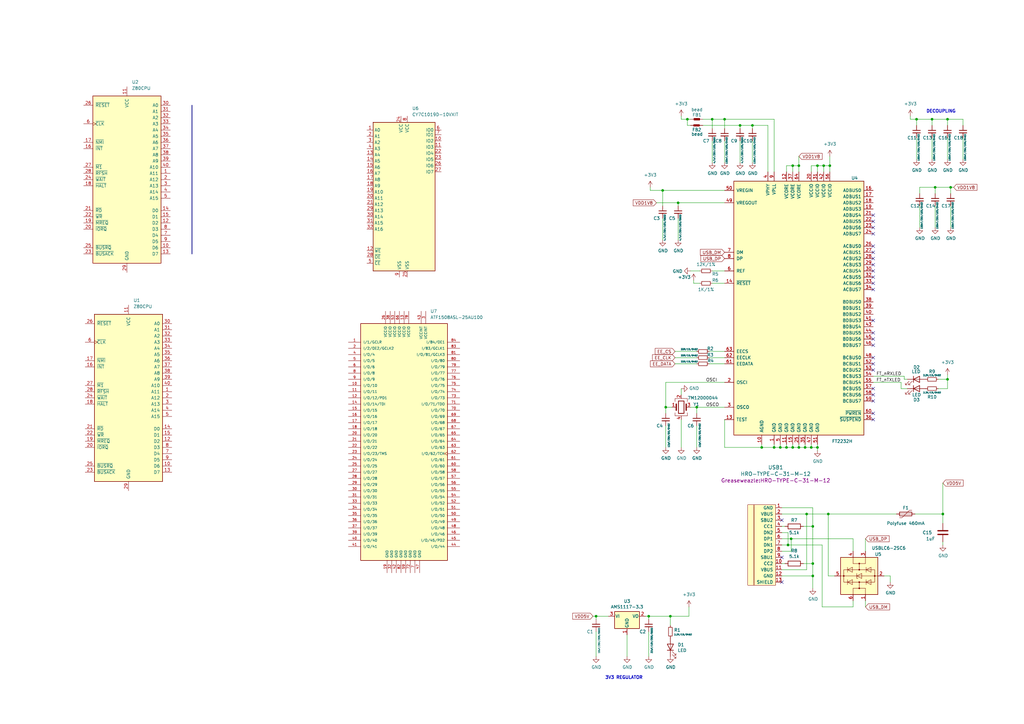
<source format=kicad_sch>
(kicad_sch (version 20211123) (generator eeschema)

  (uuid 4e6e23b6-3bf8-413a-9fba-d159d11738f7)

  (paper "A3")

  (title_block
    (title "Z80ICE")
    (date "2022-10-21")
    (rev "0.01")
  )

  

  (junction (at 340.36 67.945) (diameter 0) (color 0 0 0 0)
    (uuid 010bf7ad-cf42-4fa9-a1de-d640f094fdc2)
  )
  (junction (at 292.1 48.895) (diameter 0) (color 0 0 0 0)
    (uuid 0f3c5a44-b532-4c67-b708-30a461507c69)
  )
  (junction (at 322.58 183.515) (diameter 0) (color 0 0 0 0)
    (uuid 16581902-1a46-4bbb-bab7-9214ed6529df)
  )
  (junction (at 320.04 183.515) (diameter 0) (color 0 0 0 0)
    (uuid 2016670d-5c99-476d-94fb-685a0dbea8a0)
  )
  (junction (at 375.92 48.895) (diameter 0) (color 0 0 0 0)
    (uuid 212d9545-0dae-4087-8d4a-fafe5bdf76bd)
  )
  (junction (at 244.475 252.73) (diameter 0) (color 0 0 0 0)
    (uuid 21a889b7-fd2e-4ad2-b7a1-0dd0e192e2a2)
  )
  (junction (at 383.54 76.835) (diameter 0) (color 0 0 0 0)
    (uuid 26e5620e-a69b-4ec5-820e-609153c0f718)
  )
  (junction (at 335.28 67.945) (diameter 0) (color 0 0 0 0)
    (uuid 324d8ca8-8ac2-4c7d-9a4d-9bf39fa52ad4)
  )
  (junction (at 327.66 67.945) (diameter 0) (color 0 0 0 0)
    (uuid 3577dbc6-71ca-45e4-ac75-6f44695be154)
  )
  (junction (at 278.13 83.185) (diameter 0) (color 0 0 0 0)
    (uuid 3c8e6a25-c279-4135-957c-4ebd00b00950)
  )
  (junction (at 389.89 76.835) (diameter 0) (color 0 0 0 0)
    (uuid 3dce4be9-a81e-400d-b062-af5c9224c90c)
  )
  (junction (at 332.74 183.515) (diameter 0) (color 0 0 0 0)
    (uuid 3e37b5eb-6439-422b-ac1c-36fbd5f4964f)
  )
  (junction (at 308.61 51.435) (diameter 0) (color 0 0 0 0)
    (uuid 4dea5252-43c8-4258-aa2c-ac3d089a8b48)
  )
  (junction (at 271.78 78.105) (diameter 0) (color 0 0 0 0)
    (uuid 4f315dba-09e4-4df4-bf54-3e4fdc104fe4)
  )
  (junction (at 317.5 183.515) (diameter 0) (color 0 0 0 0)
    (uuid 5c00a468-8ca5-4b86-a0cc-467530cb8cf0)
  )
  (junction (at 333.375 231.14) (diameter 0) (color 0 0 0 0)
    (uuid 5d5838fe-f6a8-4294-a08c-0aca89b9a6a8)
  )
  (junction (at 335.28 183.515) (diameter 0) (color 0 0 0 0)
    (uuid 63c11eb5-2e28-4d5f-ad98-1b43dd473c43)
  )
  (junction (at 303.53 51.435) (diameter 0) (color 0 0 0 0)
    (uuid 7e43841e-8163-4b49-82da-fa13ea6375f5)
  )
  (junction (at 333.375 215.9) (diameter 0) (color 0 0 0 0)
    (uuid 7f9068ee-ffc9-4071-bd44-ed2e8746972d)
  )
  (junction (at 386.715 210.82) (diameter 0) (color 0 0 0 0)
    (uuid 8e4849bd-320e-406b-a02d-f52f450f1f0b)
  )
  (junction (at 274.955 252.73) (diameter 0) (color 0 0 0 0)
    (uuid 90cfa6be-e369-452e-b0f5-3da868b01976)
  )
  (junction (at 388.62 155.575) (diameter 0) (color 0 0 0 0)
    (uuid 9bfcf0a2-1aaf-43c6-95d8-1262e8d4c7cf)
  )
  (junction (at 333.375 236.22) (diameter 0) (color 0 0 0 0)
    (uuid 9ddc8518-52b4-4740-b67d-90e11e3cd350)
  )
  (junction (at 273.05 167.005) (diameter 0) (color 0 0 0 0)
    (uuid a160d663-fb36-49e0-aeae-66bac6c1f558)
  )
  (junction (at 330.2 183.515) (diameter 0) (color 0 0 0 0)
    (uuid a16365f6-69df-4557-96f2-e00fdc2b8722)
  )
  (junction (at 382.27 48.895) (diameter 0) (color 0 0 0 0)
    (uuid a5e8c9c4-3841-4c6c-9916-736001a0a110)
  )
  (junction (at 266.065 252.73) (diameter 0) (color 0 0 0 0)
    (uuid aa8f3c0c-d034-4463-b24c-dbf3965802ad)
  )
  (junction (at 281.94 48.895) (diameter 0) (color 0 0 0 0)
    (uuid cc95ebbe-b0d7-4f32-bb9d-0650f6c297cc)
  )
  (junction (at 325.12 67.945) (diameter 0) (color 0 0 0 0)
    (uuid d08827cd-f558-46ff-b12d-11613e58689b)
  )
  (junction (at 297.18 48.895) (diameter 0) (color 0 0 0 0)
    (uuid d2902f8b-80bd-434c-be18-da4823946f29)
  )
  (junction (at 327.66 183.515) (diameter 0) (color 0 0 0 0)
    (uuid e5875461-8a12-431d-99e0-036034545569)
  )
  (junction (at 330.835 210.82) (diameter 0) (color 0 0 0 0)
    (uuid e5b730d2-b9c5-4a3c-847e-091c2b51370d)
  )
  (junction (at 285.75 167.005) (diameter 0) (color 0 0 0 0)
    (uuid e74b1e3d-1ffb-4425-9af3-d5561c3c5eaf)
  )
  (junction (at 325.12 183.515) (diameter 0) (color 0 0 0 0)
    (uuid ebfd523c-bc56-4147-83c2-755d0bdd60bc)
  )
  (junction (at 337.82 67.945) (diameter 0) (color 0 0 0 0)
    (uuid f0273c62-017b-4719-b79c-a6eeed9777f1)
  )
  (junction (at 323.215 223.52) (diameter 0) (color 0 0 0 0)
    (uuid f12a92a8-61cb-47ba-b271-126e3c2d59bd)
  )
  (junction (at 324.485 220.98) (diameter 0) (color 0 0 0 0)
    (uuid f20f7628-874f-41de-8575-b8d8cf12ed5f)
  )
  (junction (at 388.62 48.895) (diameter 0) (color 0 0 0 0)
    (uuid f5f7ef1a-2272-4b3b-b73a-0293eda1a623)
  )
  (junction (at 339.725 210.82) (diameter 0) (color 0 0 0 0)
    (uuid f695ee6f-ad95-41ee-b7a9-d1aa22d07b53)
  )
  (junction (at 312.42 183.515) (diameter 0) (color 0 0 0 0)
    (uuid f7eab157-d5e7-4311-943c-775f62249980)
  )

  (no_connect (at 358.14 159.385) (uuid 0b565463-f266-425a-a8a9-b8b065e2d2b5))
  (no_connect (at 358.14 172.085) (uuid 1c9d77a9-cefc-47c5-90a3-beb708599e0e))
  (no_connect (at 358.14 149.225) (uuid 304904c8-b8e5-4892-9f84-e05b742afda1))
  (no_connect (at 358.14 111.125) (uuid 3676411d-24c0-4a35-8fb8-bc6859e1ded2))
  (no_connect (at 358.14 100.965) (uuid 376ae829-fb54-4287-a65d-0eae85d4684a))
  (no_connect (at 358.14 93.345) (uuid 43ec9772-b4d5-4645-905e-d43d4d3f8249))
  (no_connect (at 358.14 139.065) (uuid 47904f8e-7fab-41c6-8fd6-ed0d2a4dd2ff))
  (no_connect (at 320.675 213.36) (uuid 4f157f5f-75eb-4aa2-a623-196732046d89))
  (no_connect (at 358.14 146.685) (uuid 5a5f6ae7-79e3-441e-b728-49f4feeff945))
  (no_connect (at 358.14 95.885) (uuid 631a7786-4676-4c65-84be-748e109dc438))
  (no_connect (at 358.14 141.605) (uuid 72d0bc0f-986a-456a-bb2d-63e7141f63e3))
  (no_connect (at 358.14 106.045) (uuid 780bb7b4-fb88-4d1b-9183-042631ba6f86))
  (no_connect (at 358.14 161.925) (uuid 8452c78e-ba3e-43fa-9d33-de4fa523a71a))
  (no_connect (at 358.14 151.765) (uuid 9cddd06e-8db4-44e0-aeb2-91f531863e6f))
  (no_connect (at 358.14 116.205) (uuid a90c947e-7d25-4db8-b2e3-92758f1b4ab6))
  (no_connect (at 358.14 136.525) (uuid b95c7923-9cb4-45f7-8096-b5d14f2d5026))
  (no_connect (at 358.14 169.545) (uuid b9d749b5-7a27-4f36-85e2-9281df8fe4f8))
  (no_connect (at 358.14 90.805) (uuid c019f228-bdbc-48d2-8fa7-82029e7d062e))
  (no_connect (at 320.675 228.6) (uuid c164d5a4-eb71-4b08-87f5-65d5dee1c1c8))
  (no_connect (at 358.14 108.585) (uuid cc198c7d-813f-4974-9fc4-28063919f758))
  (no_connect (at 358.14 118.745) (uuid ccb184c0-7e62-42c3-9397-b3ba4cbd6324))
  (no_connect (at 320.675 238.76) (uuid ceee6ddc-e0dc-42a1-99b2-2b1bba47a722))
  (no_connect (at 358.14 103.505) (uuid d195b8a6-fe3f-498c-8b90-bd1886dd7738))
  (no_connect (at 358.14 113.665) (uuid ec74c8de-bcaf-41a1-afd8-be1b4e574888))
  (no_connect (at 358.14 131.445) (uuid f30ae7df-3cff-41a3-b6bb-4e5dc4ed5acd))
  (no_connect (at 358.14 164.465) (uuid fb7479bb-62d0-4981-92fb-e63ea590f6a7))
  (no_connect (at 358.14 88.265) (uuid fd1c9f69-515c-486c-b4cc-b6b427fa1644))

  (wire (pts (xy 297.18 78.105) (xy 271.78 78.105))
    (stroke (width 0) (type default) (color 0 0 0 0))
    (uuid 042bb877-013a-404c-b6ec-b7361f33064d)
  )
  (wire (pts (xy 266.065 259.08) (xy 266.065 269.24))
    (stroke (width 0) (type default) (color 0 0 0 0))
    (uuid 04fa2ec2-6dde-4fad-a50b-e4dc82ca5735)
  )
  (wire (pts (xy 297.18 57.785) (xy 297.18 66.675))
    (stroke (width 0) (type default) (color 0 0 0 0))
    (uuid 04fd1ca2-40a4-4698-9bce-71a30c6207eb)
  )
  (wire (pts (xy 274.955 252.73) (xy 282.575 252.73))
    (stroke (width 0) (type default) (color 0 0 0 0))
    (uuid 076f4da4-8094-4118-85cc-4f645160adc5)
  )
  (wire (pts (xy 292.1 48.895) (xy 288.29 48.895))
    (stroke (width 0) (type default) (color 0 0 0 0))
    (uuid 07ce76b8-7a1f-4fa7-a9a0-054af67ef67d)
  )
  (wire (pts (xy 276.86 144.145) (xy 285.75 144.145))
    (stroke (width 0) (type default) (color 0 0 0 0))
    (uuid 09c5c313-de0f-44bd-ad89-a71f3af5538b)
  )
  (wire (pts (xy 386.715 222.25) (xy 386.715 223.52))
    (stroke (width 0) (type default) (color 0 0 0 0))
    (uuid 0b6fca9c-43c9-4374-bd7d-e3b63c04ad08)
  )
  (wire (pts (xy 292.1 52.705) (xy 292.1 48.895))
    (stroke (width 0) (type default) (color 0 0 0 0))
    (uuid 0c33e0b4-4e5d-4263-99f5-4f5e65a6f5c7)
  )
  (wire (pts (xy 354.965 248.92) (xy 354.965 246.38))
    (stroke (width 0) (type default) (color 0 0 0 0))
    (uuid 0c8919ea-7087-43af-b282-e007198172b3)
  )
  (wire (pts (xy 244.475 254) (xy 244.475 252.73))
    (stroke (width 0) (type default) (color 0 0 0 0))
    (uuid 0d733be0-476a-4a82-98c9-df0fbdf81872)
  )
  (wire (pts (xy 388.62 48.895) (xy 394.97 48.895))
    (stroke (width 0) (type default) (color 0 0 0 0))
    (uuid 0da286c8-022f-4230-967a-1f2da8e23c2b)
  )
  (wire (pts (xy 383.54 76.835) (xy 377.19 76.835))
    (stroke (width 0) (type default) (color 0 0 0 0))
    (uuid 1084caa1-94a5-45c0-9692-e54b404595ba)
  )
  (wire (pts (xy 383.54 84.455) (xy 383.54 93.345))
    (stroke (width 0) (type default) (color 0 0 0 0))
    (uuid 15cb9746-c380-4c39-88f2-b1c473c56355)
  )
  (wire (pts (xy 292.1 111.125) (xy 297.18 111.125))
    (stroke (width 0) (type default) (color 0 0 0 0))
    (uuid 1630d5c9-f2f3-481a-8649-74f4c93b95c5)
  )
  (wire (pts (xy 290.83 146.685) (xy 297.18 146.685))
    (stroke (width 0) (type default) (color 0 0 0 0))
    (uuid 16ad8640-e24a-45eb-9660-87db62d2fcfa)
  )
  (wire (pts (xy 325.12 183.515) (xy 322.58 183.515))
    (stroke (width 0) (type default) (color 0 0 0 0))
    (uuid 1b770034-344d-43fb-a588-15b1852816b2)
  )
  (wire (pts (xy 333.375 236.22) (xy 333.375 241.3))
    (stroke (width 0) (type default) (color 0 0 0 0))
    (uuid 1e25ea82-4629-4aab-9099-ad801dbeb53c)
  )
  (wire (pts (xy 279.4 172.085) (xy 279.4 183.515))
    (stroke (width 0) (type default) (color 0 0 0 0))
    (uuid 1e55f8b4-41a4-49dd-a618-9c7ec23d76f3)
  )
  (wire (pts (xy 308.61 57.785) (xy 308.61 66.675))
    (stroke (width 0) (type default) (color 0 0 0 0))
    (uuid 1e5f3f38-abbd-4985-8f7b-4ffed42b5c1f)
  )
  (wire (pts (xy 325.12 67.945) (xy 327.66 67.945))
    (stroke (width 0) (type default) (color 0 0 0 0))
    (uuid 204be471-b9be-477d-9424-276776588f26)
  )
  (wire (pts (xy 273.05 156.845) (xy 297.18 156.845))
    (stroke (width 0) (type default) (color 0 0 0 0))
    (uuid 2122ffaf-4711-4399-bf80-1992b2ddeadb)
  )
  (wire (pts (xy 388.62 159.385) (xy 388.62 155.575))
    (stroke (width 0) (type default) (color 0 0 0 0))
    (uuid 23397b4f-f6d8-4ddd-8de2-bb880870603a)
  )
  (wire (pts (xy 257.175 260.35) (xy 257.175 269.24))
    (stroke (width 0) (type default) (color 0 0 0 0))
    (uuid 29f1e8ff-c4f3-4ac1-b96e-385ad3c3ecc4)
  )
  (wire (pts (xy 271.78 78.105) (xy 271.78 84.455))
    (stroke (width 0) (type default) (color 0 0 0 0))
    (uuid 2b4dc6b4-0249-4cfb-95e1-1c1fb85a1b63)
  )
  (wire (pts (xy 335.28 182.245) (xy 335.28 183.515))
    (stroke (width 0) (type default) (color 0 0 0 0))
    (uuid 2bc81b59-1a3f-40f6-b982-f2a4bcae19c6)
  )
  (wire (pts (xy 386.715 198.12) (xy 386.715 210.82))
    (stroke (width 0) (type default) (color 0 0 0 0))
    (uuid 2bf2419d-6b6c-40c3-993b-35b7ad33021f)
  )
  (wire (pts (xy 303.53 57.785) (xy 303.53 66.675))
    (stroke (width 0) (type default) (color 0 0 0 0))
    (uuid 2c0cb760-8286-40fb-8d8b-6574af49345b)
  )
  (wire (pts (xy 340.36 64.135) (xy 340.36 67.945))
    (stroke (width 0) (type default) (color 0 0 0 0))
    (uuid 2c71f755-da33-467d-8b2e-e370342adbf6)
  )
  (wire (pts (xy 325.12 70.485) (xy 325.12 67.945))
    (stroke (width 0) (type default) (color 0 0 0 0))
    (uuid 309c7451-b1d3-48f3-bd68-c90583ef710c)
  )
  (wire (pts (xy 332.74 183.515) (xy 330.2 183.515))
    (stroke (width 0) (type default) (color 0 0 0 0))
    (uuid 31b2cccf-31fa-459a-b0c2-3679f48236a0)
  )
  (wire (pts (xy 317.5 182.245) (xy 317.5 183.515))
    (stroke (width 0) (type default) (color 0 0 0 0))
    (uuid 3496886c-9420-4660-99de-ea248fea3347)
  )
  (wire (pts (xy 320.675 210.82) (xy 330.835 210.82))
    (stroke (width 0) (type default) (color 0 0 0 0))
    (uuid 36d92fc8-4bcb-4e0e-8c2d-65f66d2fffc7)
  )
  (wire (pts (xy 322.58 182.245) (xy 322.58 183.515))
    (stroke (width 0) (type default) (color 0 0 0 0))
    (uuid 39304cb5-dc30-4d13-98d3-b1aefd894b89)
  )
  (wire (pts (xy 388.62 51.435) (xy 388.62 48.895))
    (stroke (width 0) (type default) (color 0 0 0 0))
    (uuid 39341948-87dd-47dd-a735-473afa7b9006)
  )
  (wire (pts (xy 377.19 76.835) (xy 377.19 79.375))
    (stroke (width 0) (type default) (color 0 0 0 0))
    (uuid 3a64b0bd-6adc-44d5-ac5f-a6ba08a6449d)
  )
  (wire (pts (xy 320.04 183.515) (xy 317.5 183.515))
    (stroke (width 0) (type default) (color 0 0 0 0))
    (uuid 3b4e315c-af5f-4b37-898a-74f95fe669ca)
  )
  (wire (pts (xy 327.66 67.945) (xy 327.66 64.135))
    (stroke (width 0) (type default) (color 0 0 0 0))
    (uuid 3ce5e201-3e89-4189-8b64-53aef0874387)
  )
  (wire (pts (xy 375.92 51.435) (xy 375.92 48.895))
    (stroke (width 0) (type default) (color 0 0 0 0))
    (uuid 3d248af1-eb9c-49a0-99f5-5edfb87479e2)
  )
  (wire (pts (xy 317.5 183.515) (xy 312.42 183.515))
    (stroke (width 0) (type default) (color 0 0 0 0))
    (uuid 448aafce-3135-4272-8966-f1c9d0068471)
  )
  (wire (pts (xy 281.94 51.435) (xy 281.94 48.895))
    (stroke (width 0) (type default) (color 0 0 0 0))
    (uuid 45b63c0e-fcc1-4cbd-82ca-a01f1d9fb411)
  )
  (wire (pts (xy 244.475 259.08) (xy 244.475 269.24))
    (stroke (width 0) (type default) (color 0 0 0 0))
    (uuid 4657539d-c5aa-4589-bf41-dfb789786fa8)
  )
  (wire (pts (xy 320.675 226.06) (xy 324.485 226.06))
    (stroke (width 0) (type default) (color 0 0 0 0))
    (uuid 475ffc36-e4b1-4c98-b947-096aa5289533)
  )
  (wire (pts (xy 377.19 84.455) (xy 377.19 93.345))
    (stroke (width 0) (type default) (color 0 0 0 0))
    (uuid 48384f99-5662-45fc-8117-01cd621499c5)
  )
  (wire (pts (xy 384.81 159.385) (xy 388.62 159.385))
    (stroke (width 0) (type default) (color 0 0 0 0))
    (uuid 487d5b45-b7b0-46e3-89ec-bcbffcd1f02b)
  )
  (wire (pts (xy 382.27 56.515) (xy 382.27 65.405))
    (stroke (width 0) (type default) (color 0 0 0 0))
    (uuid 497f2953-3754-4427-ba49-55488e4d8fbe)
  )
  (wire (pts (xy 275.59 167.005) (xy 273.05 167.005))
    (stroke (width 0) (type default) (color 0 0 0 0))
    (uuid 4a6f8e05-7b90-4438-8d3a-524f9f6d9120)
  )
  (wire (pts (xy 327.66 183.515) (xy 325.12 183.515))
    (stroke (width 0) (type default) (color 0 0 0 0))
    (uuid 4a94d001-3f02-457f-93fe-0cecc425b872)
  )
  (wire (pts (xy 332.74 182.245) (xy 332.74 183.515))
    (stroke (width 0) (type default) (color 0 0 0 0))
    (uuid 4b552dfa-8dd2-48be-85b0-5f50b8bc3877)
  )
  (wire (pts (xy 266.7 78.105) (xy 271.78 78.105))
    (stroke (width 0) (type default) (color 0 0 0 0))
    (uuid 4b89ff78-0916-47f6-8999-b6b0fabe1255)
  )
  (wire (pts (xy 278.13 83.185) (xy 278.13 84.455))
    (stroke (width 0) (type default) (color 0 0 0 0))
    (uuid 4ba1b934-814a-405e-852c-9870ae4cbadd)
  )
  (wire (pts (xy 271.78 89.535) (xy 271.78 98.425))
    (stroke (width 0) (type default) (color 0 0 0 0))
    (uuid 4d7b8309-e981-4f2d-9995-3174ff8bf4f1)
  )
  (wire (pts (xy 370.84 155.575) (xy 372.11 155.575))
    (stroke (width 0) (type default) (color 0 0 0 0))
    (uuid 4e1a5c9c-61e1-4358-962d-3c64e15c0e1d)
  )
  (wire (pts (xy 327.66 182.245) (xy 327.66 183.515))
    (stroke (width 0) (type default) (color 0 0 0 0))
    (uuid 4eb7f9f2-22a0-44eb-8226-2aa95c332007)
  )
  (wire (pts (xy 308.61 51.435) (xy 303.53 51.435))
    (stroke (width 0) (type default) (color 0 0 0 0))
    (uuid 5291e82c-48fc-44df-b3c4-55f248d267f8)
  )
  (wire (pts (xy 273.05 167.005) (xy 273.05 169.545))
    (stroke (width 0) (type default) (color 0 0 0 0))
    (uuid 53a56642-8f61-43fb-af3c-7b0217de1e5c)
  )
  (wire (pts (xy 278.13 89.535) (xy 278.13 98.425))
    (stroke (width 0) (type default) (color 0 0 0 0))
    (uuid 53c6af67-db27-445c-9a72-8978b286aaf1)
  )
  (wire (pts (xy 279.4 159.385) (xy 279.4 161.925))
    (stroke (width 0) (type default) (color 0 0 0 0))
    (uuid 5567e6c8-125a-47c0-9607-23792be3de61)
  )
  (wire (pts (xy 273.05 174.625) (xy 273.05 183.515))
    (stroke (width 0) (type default) (color 0 0 0 0))
    (uuid 55d2e87d-9683-4f9f-b9f2-adcd08ae181d)
  )
  (wire (pts (xy 279.4 48.895) (xy 281.94 48.895))
    (stroke (width 0) (type default) (color 0 0 0 0))
    (uuid 57e43de3-cf8a-4325-abab-6f55f98465aa)
  )
  (wire (pts (xy 335.28 183.515) (xy 332.74 183.515))
    (stroke (width 0) (type default) (color 0 0 0 0))
    (uuid 5bda0506-fe02-4937-850a-e28a841287ac)
  )
  (wire (pts (xy 303.53 51.435) (xy 288.29 51.435))
    (stroke (width 0) (type default) (color 0 0 0 0))
    (uuid 60becf28-2760-442a-a2da-126ee2f5f830)
  )
  (wire (pts (xy 320.675 208.28) (xy 333.375 208.28))
    (stroke (width 0) (type default) (color 0 0 0 0))
    (uuid 60dbcf18-dbca-4b2a-8ee5-b1c53c1cc7b7)
  )
  (wire (pts (xy 373.38 48.895) (xy 375.92 48.895))
    (stroke (width 0) (type default) (color 0 0 0 0))
    (uuid 617014ea-fceb-4e5f-b8b5-136158093520)
  )
  (wire (pts (xy 335.28 67.945) (xy 335.28 70.485))
    (stroke (width 0) (type default) (color 0 0 0 0))
    (uuid 64407306-1a1c-4c9a-95a1-382daeb1ccf1)
  )
  (wire (pts (xy 297.18 48.895) (xy 317.5 48.895))
    (stroke (width 0) (type default) (color 0 0 0 0))
    (uuid 644e086f-74a6-4bbf-844c-fce350781586)
  )
  (wire (pts (xy 339.725 236.22) (xy 339.725 210.82))
    (stroke (width 0) (type default) (color 0 0 0 0))
    (uuid 6828da31-d523-4450-95c5-89409aeeb198)
  )
  (wire (pts (xy 330.835 210.82) (xy 330.835 233.68))
    (stroke (width 0) (type default) (color 0 0 0 0))
    (uuid 696234d6-bb73-47b1-a647-77a7a886c3b9)
  )
  (wire (pts (xy 330.2 182.245) (xy 330.2 183.515))
    (stroke (width 0) (type default) (color 0 0 0 0))
    (uuid 6bd09109-0149-4c8d-bdfa-e25432bb81fe)
  )
  (wire (pts (xy 358.14 154.305) (xy 370.84 154.305))
    (stroke (width 0) (type default) (color 0 0 0 0))
    (uuid 6c07755a-6909-46d9-ad49-2608817cdf88)
  )
  (wire (pts (xy 312.42 183.515) (xy 297.18 183.515))
    (stroke (width 0) (type default) (color 0 0 0 0))
    (uuid 6ca2526b-8cde-4129-827b-e7a22cd40f39)
  )
  (wire (pts (xy 264.795 252.73) (xy 266.065 252.73))
    (stroke (width 0) (type default) (color 0 0 0 0))
    (uuid 6f2a8f9c-afd1-48c5-b1e2-a9ff2f30fc2f)
  )
  (wire (pts (xy 322.58 70.485) (xy 322.58 67.945))
    (stroke (width 0) (type default) (color 0 0 0 0))
    (uuid 711f238c-779f-46e3-901e-44043655f3e0)
  )
  (wire (pts (xy 383.54 79.375) (xy 383.54 76.835))
    (stroke (width 0) (type default) (color 0 0 0 0))
    (uuid 71f29097-65b6-4d81-bd75-08abec15a63e)
  )
  (wire (pts (xy 391.16 76.835) (xy 389.89 76.835))
    (stroke (width 0) (type default) (color 0 0 0 0))
    (uuid 73e2bcfa-a831-417c-b236-1dbb2ff769d5)
  )
  (wire (pts (xy 340.36 70.485) (xy 340.36 67.945))
    (stroke (width 0) (type default) (color 0 0 0 0))
    (uuid 750f8145-f716-4af5-82da-b869866626f0)
  )
  (wire (pts (xy 320.675 223.52) (xy 323.215 223.52))
    (stroke (width 0) (type default) (color 0 0 0 0))
    (uuid 7595f206-69dc-423f-a5a7-bb67916b018c)
  )
  (wire (pts (xy 292.1 116.205) (xy 297.18 116.205))
    (stroke (width 0) (type default) (color 0 0 0 0))
    (uuid 784af994-0055-45c6-9d6b-5edabae71cd6)
  )
  (wire (pts (xy 339.725 236.22) (xy 342.265 236.22))
    (stroke (width 0) (type default) (color 0 0 0 0))
    (uuid 7877dec2-40fd-47fb-ad3f-b90c61e1c8fc)
  )
  (wire (pts (xy 358.14 156.845) (xy 369.57 156.845))
    (stroke (width 0) (type default) (color 0 0 0 0))
    (uuid 78d953ff-9c91-47a3-b114-c1ca3d98486c)
  )
  (wire (pts (xy 329.565 231.14) (xy 333.375 231.14))
    (stroke (width 0) (type default) (color 0 0 0 0))
    (uuid 7aedea84-ba3d-4321-a3c0-812e4683f225)
  )
  (wire (pts (xy 323.215 223.52) (xy 337.185 223.52))
    (stroke (width 0) (type default) (color 0 0 0 0))
    (uuid 7baf1ecf-14de-453a-a00d-346a3f5c1ed6)
  )
  (wire (pts (xy 333.375 208.28) (xy 333.375 215.9))
    (stroke (width 0) (type default) (color 0 0 0 0))
    (uuid 7c6b282d-8b1a-413f-878d-5fedcdc77897)
  )
  (wire (pts (xy 354.965 220.98) (xy 354.965 226.06))
    (stroke (width 0) (type default) (color 0 0 0 0))
    (uuid 7f44a6bf-4421-4078-8436-1729c68e9104)
  )
  (wire (pts (xy 324.485 220.98) (xy 349.885 220.98))
    (stroke (width 0) (type default) (color 0 0 0 0))
    (uuid 7fc232a3-e1c5-4895-b92d-dae88209412a)
  )
  (wire (pts (xy 266.065 252.73) (xy 266.065 254))
    (stroke (width 0) (type default) (color 0 0 0 0))
    (uuid 83068d9e-9e55-4f91-8f57-d8293a3e8280)
  )
  (wire (pts (xy 243.205 252.73) (xy 244.475 252.73))
    (stroke (width 0) (type default) (color 0 0 0 0))
    (uuid 85e1bb52-a6ff-414d-95f5-8be60e4af55b)
  )
  (wire (pts (xy 375.92 48.895) (xy 382.27 48.895))
    (stroke (width 0) (type default) (color 0 0 0 0))
    (uuid 86c4ea5e-e5e0-42f3-a385-e47992f1a0ca)
  )
  (wire (pts (xy 285.75 167.005) (xy 285.75 169.545))
    (stroke (width 0) (type default) (color 0 0 0 0))
    (uuid 88803f5a-6081-45e2-9f6d-2e478b8a2b28)
  )
  (wire (pts (xy 308.61 51.435) (xy 314.96 51.435))
    (stroke (width 0) (type default) (color 0 0 0 0))
    (uuid 88a6949b-a25e-424f-85d9-efb1f61eca68)
  )
  (wire (pts (xy 386.715 210.82) (xy 386.715 214.63))
    (stroke (width 0) (type default) (color 0 0 0 0))
    (uuid 893cf2f8-9c8a-4429-b20e-471d0a3ec037)
  )
  (wire (pts (xy 269.24 83.185) (xy 278.13 83.185))
    (stroke (width 0) (type default) (color 0 0 0 0))
    (uuid 89647d2a-81df-402e-8067-941f5de833d6)
  )
  (wire (pts (xy 274.955 256.54) (xy 274.955 252.73))
    (stroke (width 0) (type default) (color 0 0 0 0))
    (uuid 8c33c491-8835-4974-a5c5-58f72d77e789)
  )
  (wire (pts (xy 327.66 70.485) (xy 327.66 67.945))
    (stroke (width 0) (type default) (color 0 0 0 0))
    (uuid 94511824-6d6e-4b0e-9f9d-d08bada94981)
  )
  (wire (pts (xy 282.575 248.92) (xy 282.575 252.73))
    (stroke (width 0) (type default) (color 0 0 0 0))
    (uuid 95dfeba3-759e-4761-abdf-7ebe19597cef)
  )
  (wire (pts (xy 284.48 116.205) (xy 287.02 116.205))
    (stroke (width 0) (type default) (color 0 0 0 0))
    (uuid 967e946c-a31d-447c-b50f-44711e8e8d95)
  )
  (wire (pts (xy 349.885 248.92) (xy 349.885 246.38))
    (stroke (width 0) (type default) (color 0 0 0 0))
    (uuid 971fb725-05f6-4212-92fb-a380a31105eb)
  )
  (wire (pts (xy 320.675 233.68) (xy 330.835 233.68))
    (stroke (width 0) (type default) (color 0 0 0 0))
    (uuid 974844ad-3256-4268-9f35-e2dc490d1727)
  )
  (wire (pts (xy 329.565 215.9) (xy 333.375 215.9))
    (stroke (width 0) (type default) (color 0 0 0 0))
    (uuid 97df9895-08bd-4b59-9017-db122617e68b)
  )
  (wire (pts (xy 332.74 67.945) (xy 335.28 67.945))
    (stroke (width 0) (type default) (color 0 0 0 0))
    (uuid 98fd41d1-2881-4a31-9561-ecc657b40b84)
  )
  (wire (pts (xy 283.21 167.005) (xy 285.75 167.005))
    (stroke (width 0) (type default) (color 0 0 0 0))
    (uuid 9a6a9616-332c-43e7-b3c1-6ad16cfca4d7)
  )
  (wire (pts (xy 273.05 167.005) (xy 273.05 156.845))
    (stroke (width 0) (type default) (color 0 0 0 0))
    (uuid 9b95261c-8709-4afb-bb4f-8e824a02e02e)
  )
  (wire (pts (xy 320.675 236.22) (xy 333.375 236.22))
    (stroke (width 0) (type default) (color 0 0 0 0))
    (uuid 9df456f7-ab5c-46e8-ba0e-02355b66a595)
  )
  (wire (pts (xy 285.75 167.005) (xy 297.18 167.005))
    (stroke (width 0) (type default) (color 0 0 0 0))
    (uuid 9ee3f16a-abf8-47a2-9ab4-12b4235f1f83)
  )
  (wire (pts (xy 369.57 159.385) (xy 372.11 159.385))
    (stroke (width 0) (type default) (color 0 0 0 0))
    (uuid a2b12275-8129-4dd0-823d-a7069897afcc)
  )
  (wire (pts (xy 283.21 111.125) (xy 287.02 111.125))
    (stroke (width 0) (type default) (color 0 0 0 0))
    (uuid a4822e49-359c-4bb3-8bf9-672af83b0e32)
  )
  (wire (pts (xy 320.675 220.98) (xy 324.485 220.98))
    (stroke (width 0) (type default) (color 0 0 0 0))
    (uuid a4afc350-b3f6-4f25-960a-b8c12e50c4ef)
  )
  (wire (pts (xy 283.21 51.435) (xy 281.94 51.435))
    (stroke (width 0) (type default) (color 0 0 0 0))
    (uuid a4e733a6-aa30-4110-ab81-db742c34b176)
  )
  (wire (pts (xy 389.89 76.835) (xy 383.54 76.835))
    (stroke (width 0) (type default) (color 0 0 0 0))
    (uuid aabb36f6-200c-452f-b08f-a7146dbe2a83)
  )
  (wire (pts (xy 332.74 70.485) (xy 332.74 67.945))
    (stroke (width 0) (type default) (color 0 0 0 0))
    (uuid ab9f1b55-ed97-4db1-b57b-6aa7784720cc)
  )
  (wire (pts (xy 297.18 149.225) (xy 290.83 149.225))
    (stroke (width 0) (type default) (color 0 0 0 0))
    (uuid ac3e7699-1ad9-4d6a-b2e9-2648f11a4d3b)
  )
  (wire (pts (xy 266.7 76.835) (xy 266.7 78.105))
    (stroke (width 0) (type default) (color 0 0 0 0))
    (uuid aca63365-4cd0-4b2a-870c-3b25a9a608ae)
  )
  (wire (pts (xy 244.475 252.73) (xy 249.555 252.73))
    (stroke (width 0) (type default) (color 0 0 0 0))
    (uuid b09032ab-50da-4fd5-8f99-df6aa4c3bd9d)
  )
  (wire (pts (xy 389.89 84.455) (xy 389.89 93.345))
    (stroke (width 0) (type default) (color 0 0 0 0))
    (uuid b2a434c2-b12c-4a34-840a-b53b5dc85566)
  )
  (wire (pts (xy 314.96 51.435) (xy 314.96 70.485))
    (stroke (width 0) (type default) (color 0 0 0 0))
    (uuid b2d1520d-37e1-402a-9744-24f06cea5849)
  )
  (wire (pts (xy 324.485 220.98) (xy 324.485 226.06))
    (stroke (width 0) (type default) (color 0 0 0 0))
    (uuid b6263b3c-62b6-4052-afd1-2a0edd141611)
  )
  (wire (pts (xy 333.375 231.14) (xy 333.375 236.22))
    (stroke (width 0) (type default) (color 0 0 0 0))
    (uuid b6ce6547-5ec1-40a5-b113-31f77f25d356)
  )
  (wire (pts (xy 369.57 156.845) (xy 369.57 159.385))
    (stroke (width 0) (type default) (color 0 0 0 0))
    (uuid b8009cb4-c1e7-4165-98da-26286fc94973)
  )
  (wire (pts (xy 370.84 155.575) (xy 370.84 154.305))
    (stroke (width 0) (type default) (color 0 0 0 0))
    (uuid b8b85187-8d5d-4872-ad4a-4be11b9259ea)
  )
  (wire (pts (xy 312.42 182.245) (xy 312.42 183.515))
    (stroke (width 0) (type default) (color 0 0 0 0))
    (uuid b90d9f73-d7a3-447d-bc9d-fa8306c2c785)
  )
  (wire (pts (xy 297.18 183.515) (xy 297.18 172.085))
    (stroke (width 0) (type default) (color 0 0 0 0))
    (uuid bd41b8b1-429e-4fbf-94f9-f498b870e73b)
  )
  (wire (pts (xy 266.065 252.73) (xy 274.955 252.73))
    (stroke (width 0) (type default) (color 0 0 0 0))
    (uuid be1ed6bc-b122-4963-afd6-7ad2f1980f10)
  )
  (wire (pts (xy 394.97 48.895) (xy 394.97 51.435))
    (stroke (width 0) (type default) (color 0 0 0 0))
    (uuid be315d47-a806-453b-b72f-07a7a63c4564)
  )
  (wire (pts (xy 388.62 153.67) (xy 388.62 155.575))
    (stroke (width 0) (type default) (color 0 0 0 0))
    (uuid bee31f41-8eab-450f-845c-52d046ceb5c1)
  )
  (wire (pts (xy 279.4 47.625) (xy 279.4 48.895))
    (stroke (width 0) (type default) (color 0 0 0 0))
    (uuid bf9929f7-a3b4-4af8-bdc3-208882e9f93e)
  )
  (wire (pts (xy 337.82 67.945) (xy 337.82 70.485))
    (stroke (width 0) (type default) (color 0 0 0 0))
    (uuid c08beba3-8d06-4c6f-b34b-728814931f75)
  )
  (wire (pts (xy 322.58 183.515) (xy 320.04 183.515))
    (stroke (width 0) (type default) (color 0 0 0 0))
    (uuid c1da8549-12e2-4ad7-b9fd-ee37e48a9b58)
  )
  (wire (pts (xy 330.835 210.82) (xy 339.725 210.82))
    (stroke (width 0) (type default) (color 0 0 0 0))
    (uuid c8474878-394d-4fcc-9e07-d2fdf286dd4d)
  )
  (wire (pts (xy 384.81 155.575) (xy 388.62 155.575))
    (stroke (width 0) (type default) (color 0 0 0 0))
    (uuid c86d7ead-75e7-40eb-b221-85d35e74fd87)
  )
  (wire (pts (xy 330.2 183.515) (xy 327.66 183.515))
    (stroke (width 0) (type default) (color 0 0 0 0))
    (uuid c96a74f8-72af-41a3-9007-e0a3218b2725)
  )
  (wire (pts (xy 320.675 231.14) (xy 321.945 231.14))
    (stroke (width 0) (type default) (color 0 0 0 0))
    (uuid c9acf4bf-8fd4-49ce-8e0f-c77ac63fe95a)
  )
  (wire (pts (xy 382.27 48.895) (xy 388.62 48.895))
    (stroke (width 0) (type default) (color 0 0 0 0))
    (uuid cb89000d-4e88-4ef3-8c92-fcfb23c3b0fa)
  )
  (wire (pts (xy 388.62 56.515) (xy 388.62 65.405))
    (stroke (width 0) (type default) (color 0 0 0 0))
    (uuid cc6a0a6d-af27-44ea-8319-150fab0ea653)
  )
  (wire (pts (xy 335.28 67.945) (xy 337.82 67.945))
    (stroke (width 0) (type default) (color 0 0 0 0))
    (uuid ccab8742-5b17-42f4-9d68-2337782d6b07)
  )
  (wire (pts (xy 320.675 215.9) (xy 321.945 215.9))
    (stroke (width 0) (type default) (color 0 0 0 0))
    (uuid cdbb251d-21cb-4116-b31a-104045fa2a1a)
  )
  (wire (pts (xy 285.75 174.625) (xy 285.75 183.515))
    (stroke (width 0) (type default) (color 0 0 0 0))
    (uuid cdded961-1c7b-45f1-a631-b8f8fb541767)
  )
  (wire (pts (xy 394.97 56.515) (xy 394.97 65.405))
    (stroke (width 0) (type default) (color 0 0 0 0))
    (uuid cf26ac3f-68d7-46fd-aa2d-f1f26c5be289)
  )
  (wire (pts (xy 337.185 223.52) (xy 337.185 248.92))
    (stroke (width 0) (type default) (color 0 0 0 0))
    (uuid d022e8f3-ddb3-429f-94d4-7b64262f407d)
  )
  (wire (pts (xy 333.375 215.9) (xy 333.375 231.14))
    (stroke (width 0) (type default) (color 0 0 0 0))
    (uuid d0920aba-6877-42fa-935e-e12d1c0ca9bc)
  )
  (wire (pts (xy 322.58 67.945) (xy 325.12 67.945))
    (stroke (width 0) (type default) (color 0 0 0 0))
    (uuid d2ae9cdb-a2ec-4305-8c59-1c8a8106831c)
  )
  (wire (pts (xy 297.18 144.145) (xy 290.83 144.145))
    (stroke (width 0) (type default) (color 0 0 0 0))
    (uuid d38f755b-5810-48f1-bfd0-9833519329b5)
  )
  (wire (pts (xy 375.92 56.515) (xy 375.92 65.405))
    (stroke (width 0) (type default) (color 0 0 0 0))
    (uuid d3c292bf-f038-41ef-aed0-2922415410cd)
  )
  (wire (pts (xy 325.12 182.245) (xy 325.12 183.515))
    (stroke (width 0) (type default) (color 0 0 0 0))
    (uuid d3edc09a-8bec-4ba6-9c97-c797c2d08e3a)
  )
  (wire (pts (xy 320.04 182.245) (xy 320.04 183.515))
    (stroke (width 0) (type default) (color 0 0 0 0))
    (uuid d54391e0-f5d6-4c46-a1d1-7011fd90b74c)
  )
  (wire (pts (xy 284.48 114.935) (xy 284.48 116.205))
    (stroke (width 0) (type default) (color 0 0 0 0))
    (uuid d9f18af7-b32f-426f-9972-4079a7358969)
  )
  (wire (pts (xy 389.89 79.375) (xy 389.89 76.835))
    (stroke (width 0) (type default) (color 0 0 0 0))
    (uuid dd391683-5fe6-4dd0-98cc-b4de1dd7d804)
  )
  (wire (pts (xy 292.1 57.785) (xy 292.1 66.675))
    (stroke (width 0) (type default) (color 0 0 0 0))
    (uuid dd4b8ebf-93bd-4bb3-a7f2-de845bc33aad)
  )
  (wire (pts (xy 281.94 48.895) (xy 283.21 48.895))
    (stroke (width 0) (type default) (color 0 0 0 0))
    (uuid de2903ef-0e4e-4865-b193-605db3ac7eef)
  )
  (wire (pts (xy 362.585 236.22) (xy 365.125 236.22))
    (stroke (width 0) (type default) (color 0 0 0 0))
    (uuid deeeedcd-949a-4e6e-a540-011f8b9d2028)
  )
  (wire (pts (xy 382.27 51.435) (xy 382.27 48.895))
    (stroke (width 0) (type default) (color 0 0 0 0))
    (uuid df808960-3ca2-449a-8c89-8a0d1d1a8de6)
  )
  (bus (pts (xy 78.74 43.18) (xy 78.74 104.14))
    (stroke (width 0) (type default) (color 0 0 0 0))
    (uuid e43ac641-223f-4201-8e2b-3ecedbca60a5)
  )

  (wire (pts (xy 297.18 52.705) (xy 297.18 48.895))
    (stroke (width 0) (type default) (color 0 0 0 0))
    (uuid e755d55d-b3e6-449e-a10c-20ffe0c227bc)
  )
  (wire (pts (xy 317.5 48.895) (xy 317.5 70.485))
    (stroke (width 0) (type default) (color 0 0 0 0))
    (uuid e86d178a-65e0-404a-a7eb-02205e7c13cb)
  )
  (wire (pts (xy 308.61 52.705) (xy 308.61 51.435))
    (stroke (width 0) (type default) (color 0 0 0 0))
    (uuid e98133aa-179f-4f49-b398-e5dd29c35fba)
  )
  (wire (pts (xy 297.18 48.895) (xy 292.1 48.895))
    (stroke (width 0) (type default) (color 0 0 0 0))
    (uuid e9f5a3ad-01a1-4540-ae9d-4c2cef9a72bb)
  )
  (wire (pts (xy 375.285 210.82) (xy 386.715 210.82))
    (stroke (width 0) (type default) (color 0 0 0 0))
    (uuid ea7dd117-1f16-45b4-803e-e196bc0463f4)
  )
  (wire (pts (xy 373.38 47.625) (xy 373.38 48.895))
    (stroke (width 0) (type default) (color 0 0 0 0))
    (uuid eafc1d23-f89f-4e34-a1ce-3715020fa17a)
  )
  (wire (pts (xy 320.675 218.44) (xy 323.215 218.44))
    (stroke (width 0) (type default) (color 0 0 0 0))
    (uuid eb92f5ae-bf42-49af-8418-a46513413e47)
  )
  (wire (pts (xy 303.53 52.705) (xy 303.53 51.435))
    (stroke (width 0) (type default) (color 0 0 0 0))
    (uuid ebbd777d-af5c-45ab-9f80-9fd42f552a01)
  )
  (wire (pts (xy 349.885 220.98) (xy 349.885 226.06))
    (stroke (width 0) (type default) (color 0 0 0 0))
    (uuid ed06c6c1-001d-4aab-b73c-d5a9a0e7d4c1)
  )
  (wire (pts (xy 339.725 210.82) (xy 367.665 210.82))
    (stroke (width 0) (type default) (color 0 0 0 0))
    (uuid f180737b-3529-4321-9cea-d22ca7e2fe8c)
  )
  (wire (pts (xy 276.86 149.225) (xy 285.75 149.225))
    (stroke (width 0) (type default) (color 0 0 0 0))
    (uuid f249a95a-3ab4-44e4-accb-c1c3c661dcc1)
  )
  (wire (pts (xy 323.215 218.44) (xy 323.215 223.52))
    (stroke (width 0) (type default) (color 0 0 0 0))
    (uuid f3122752-8447-4b9c-96dc-1148e82dca3f)
  )
  (wire (pts (xy 365.125 236.22) (xy 365.125 238.76))
    (stroke (width 0) (type default) (color 0 0 0 0))
    (uuid f606860b-c285-4462-8fd0-a3c1c496db3b)
  )
  (wire (pts (xy 335.28 183.515) (xy 335.28 184.785))
    (stroke (width 0) (type default) (color 0 0 0 0))
    (uuid f6f80138-a24c-47cf-b450-a891f7e4a860)
  )
  (wire (pts (xy 276.86 146.685) (xy 285.75 146.685))
    (stroke (width 0) (type default) (color 0 0 0 0))
    (uuid f8566e4a-282b-43a4-b62d-5ced953802b1)
  )
  (wire (pts (xy 297.18 83.185) (xy 278.13 83.185))
    (stroke (width 0) (type default) (color 0 0 0 0))
    (uuid fb52cffd-f056-48fb-bf59-6280a641676c)
  )
  (wire (pts (xy 337.82 67.945) (xy 340.36 67.945))
    (stroke (width 0) (type default) (color 0 0 0 0))
    (uuid fd989a54-0a7d-4b84-92bb-f019ac6ff0bc)
  )
  (wire (pts (xy 337.185 248.92) (xy 349.885 248.92))
    (stroke (width 0) (type default) (color 0 0 0 0))
    (uuid fdaf3855-0edd-46b4-b789-78901291f9ff)
  )

  (text "3V3 REGULATOR" (at 248.158 278.765 0)
    (effects (font (size 1.27 1.27) (thickness 0.254) bold) (justify left bottom))
    (uuid be27adc3-55ef-4412-920d-d4d67023372c)
  )
  (text "DECOUPLING" (at 379.857 46.482 0)
    (effects (font (size 1.27 1.27) (thickness 0.254) bold) (justify left bottom))
    (uuid fcae2ef4-689f-46f2-a5d1-b3e6ed512869)
  )

  (label "FT_nTXLED" (at 359.41 156.845 0)
    (effects (font (size 1.27 1.27)) (justify left bottom))
    (uuid 0cb49f47-e78f-4632-94ff-31252bc2828c)
  )
  (label "OSCI" (at 289.56 156.845 0)
    (effects (font (size 1.27 1.27)) (justify left bottom))
    (uuid 11f83c63-6919-451f-b9be-bf51ab3850ba)
  )
  (label "OSCO" (at 289.56 167.005 0)
    (effects (font (size 1.27 1.27)) (justify left bottom))
    (uuid 46b23ff6-0b78-4502-ac3c-eef097bc64d3)
  )
  (label "FT_nRXLED" (at 359.41 154.305 0)
    (effects (font (size 1.27 1.27)) (justify left bottom))
    (uuid f2fb07a6-7911-4ea4-8d33-00b060df0950)
  )

  (global_label "VDD1V8" (shape input) (at 327.66 64.135 0) (fields_autoplaced)
    (effects (font (size 1.27 1.27)) (justify left))
    (uuid 0d6b0f6d-5331-48e2-af02-4771c52f85dc)
    (property "Intersheet References" "${INTERSHEET_REFS}" (id 0) (at 119.38 28.575 0)
      (effects (font (size 1.27 1.27)) hide)
    )
  )
  (global_label "EE_DATA" (shape input) (at 276.86 149.225 180) (fields_autoplaced)
    (effects (font (size 1.27 1.27)) (justify right))
    (uuid 6328846f-5d14-4e7f-9354-8836384677ec)
    (property "Intersheet References" "${INTERSHEET_REFS}" (id 0) (at 119.38 28.575 0)
      (effects (font (size 1.27 1.27)) hide)
    )
  )
  (global_label "USB_DM" (shape input) (at 297.18 103.505 180) (fields_autoplaced)
    (effects (font (size 1.27 1.27)) (justify right))
    (uuid 7d57a468-7c27-4ebd-b016-8490f96d2cd9)
    (property "Intersheet References" "${INTERSHEET_REFS}" (id 0) (at 119.38 28.575 0)
      (effects (font (size 1.27 1.27)) hide)
    )
  )
  (global_label "VDD5V" (shape input) (at 243.205 252.73 180) (fields_autoplaced)
    (effects (font (size 1.27 1.27)) (justify right))
    (uuid 7ee7acf6-ee44-47a6-9411-880189d976fd)
    (property "Intersheet References" "${INTERSHEET_REFS}" (id 0) (at 147.955 130.81 0)
      (effects (font (size 1.27 1.27)) hide)
    )
  )
  (global_label "VDD1V8" (shape input) (at 269.24 83.185 180) (fields_autoplaced)
    (effects (font (size 1.27 1.27)) (justify right))
    (uuid 7fd9dacf-8011-4f97-b83e-4452d40fb4a8)
    (property "Intersheet References" "${INTERSHEET_REFS}" (id 0) (at 119.38 28.575 0)
      (effects (font (size 1.27 1.27)) hide)
    )
  )
  (global_label "EE_CS" (shape input) (at 276.86 144.145 180) (fields_autoplaced)
    (effects (font (size 1.27 1.27)) (justify right))
    (uuid 899f250f-ed19-47b0-83d6-f8b2795a0098)
    (property "Intersheet References" "${INTERSHEET_REFS}" (id 0) (at 119.38 28.575 0)
      (effects (font (size 1.27 1.27)) hide)
    )
  )
  (global_label "VDD1V8" (shape input) (at 391.16 76.835 0) (fields_autoplaced)
    (effects (font (size 1.27 1.27)) (justify left))
    (uuid 90c4b8ff-5502-45bb-a606-b83f8ca0a05f)
    (property "Intersheet References" "${INTERSHEET_REFS}" (id 0) (at 119.38 28.575 0)
      (effects (font (size 1.27 1.27)) hide)
    )
  )
  (global_label "VDD5V" (shape input) (at 386.715 198.12 0) (fields_autoplaced)
    (effects (font (size 1.27 1.27)) (justify left))
    (uuid 96429974-9af6-42fe-8148-1d3f42da4155)
    (property "Intersheet References" "${INTERSHEET_REFS}" (id 0) (at 323.215 35.56 0)
      (effects (font (size 1.27 1.27)) hide)
    )
  )
  (global_label "USB_DP" (shape input) (at 297.18 106.045 180) (fields_autoplaced)
    (effects (font (size 1.27 1.27)) (justify right))
    (uuid c200a294-97e7-4aad-a80d-ffb40ddee547)
    (property "Intersheet References" "${INTERSHEET_REFS}" (id 0) (at 119.38 28.575 0)
      (effects (font (size 1.27 1.27)) hide)
    )
  )
  (global_label "EE_CLK" (shape input) (at 276.86 146.685 180) (fields_autoplaced)
    (effects (font (size 1.27 1.27)) (justify right))
    (uuid d2811292-5b3d-431f-bfe7-48285cefde76)
    (property "Intersheet References" "${INTERSHEET_REFS}" (id 0) (at 119.38 28.575 0)
      (effects (font (size 1.27 1.27)) hide)
    )
  )
  (global_label "USB_DM" (shape input) (at 354.965 248.92 0) (fields_autoplaced)
    (effects (font (size 1.27 1.27)) (justify left))
    (uuid ed4882df-21aa-4bbd-93d1-80ca5dbc52f5)
    (property "Intersheet References" "${INTERSHEET_REFS}" (id 0) (at 291.465 78.74 0)
      (effects (font (size 1.27 1.27)) hide)
    )
  )
  (global_label "USB_DP" (shape input) (at 354.965 220.98 0) (fields_autoplaced)
    (effects (font (size 1.27 1.27)) (justify left))
    (uuid fa999a23-15f3-4427-ab2d-0428d3824ec1)
    (property "Intersheet References" "${INTERSHEET_REFS}" (id 0) (at 291.465 53.34 0)
      (effects (font (size 1.27 1.27)) hide)
    )
  )

  (symbol (lib_id "Device:C_Small") (at 278.13 86.995 0) (unit 1)
    (in_bom yes) (on_board yes)
    (uuid 057e4a51-9749-4994-b275-015088cf2c45)
    (property "Reference" "C5" (id 0) (at 274.32 89.535 0)
      (effects (font (size 1.27 1.27)) (justify left))
    )
    (property "Value" "4.7uF/25V/10%/0603" (id 1) (at 279.019 98.806 90)
      (effects (font (size 0.635 0.635)) (justify left))
    )
    (property "Footprint" "Capacitor_SMD:C_0603_1608Metric" (id 2) (at 278.13 86.995 0)
      (effects (font (size 1.27 1.27)) hide)
    )
    (property "Datasheet" "https://datasheet.lcsc.com/szlcsc/1910111742_Murata-Electronics-GRM188R61E475KE15D_C408137.pdf" (id 3) (at 278.13 86.995 0)
      (effects (font (size 1.27 1.27)) hide)
    )
    (property "Mfr #" "GRM188R61E475KE15D" (id 4) (at 278.13 86.995 0)
      (effects (font (size 1.27 1.27)) hide)
    )
    (property "LCSC #" "C408137" (id 5) (at 278.13 86.995 0)
      (effects (font (size 1.27 1.27)) hide)
    )
    (pin "1" (uuid 0b86a5a5-8b2c-45a3-8a37-7a7e4e095f07))
    (pin "2" (uuid 3a02d674-64d9-4247-b165-8a96ebec73f1))
  )

  (symbol (lib_id "power:GND") (at 382.27 65.405 0) (unit 1)
    (in_bom yes) (on_board yes)
    (uuid 0c73a196-e7d4-45f0-b412-702cf8f01f94)
    (property "Reference" "#PWR0106" (id 0) (at 382.27 71.755 0)
      (effects (font (size 1.27 1.27)) hide)
    )
    (property "Value" "GND" (id 1) (at 382.397 69.7992 0))
    (property "Footprint" "" (id 2) (at 382.27 65.405 0)
      (effects (font (size 1.27 1.27)) hide)
    )
    (property "Datasheet" "" (id 3) (at 382.27 65.405 0)
      (effects (font (size 1.27 1.27)) hide)
    )
    (pin "1" (uuid 5b3c029b-c6f6-40ce-acba-a59f08203b5c))
  )

  (symbol (lib_id "Device:C_Small") (at 271.78 86.995 0) (unit 1)
    (in_bom yes) (on_board yes)
    (uuid 0d9734d7-6b5f-4645-a39d-f6e943cf28b2)
    (property "Reference" "C3" (id 0) (at 267.97 89.535 0)
      (effects (font (size 1.27 1.27)) (justify left))
    )
    (property "Value" "4.7uF/25V/10%/0603" (id 1) (at 272.669 98.806 90)
      (effects (font (size 0.635 0.635)) (justify left))
    )
    (property "Footprint" "Capacitor_SMD:C_0603_1608Metric" (id 2) (at 271.78 86.995 0)
      (effects (font (size 1.27 1.27)) hide)
    )
    (property "Datasheet" "https://datasheet.lcsc.com/szlcsc/1910111742_Murata-Electronics-GRM188R61E475KE15D_C408137.pdf" (id 3) (at 271.78 86.995 0)
      (effects (font (size 1.27 1.27)) hide)
    )
    (property "Mfr #" "GRM188R61E475KE15D" (id 4) (at 271.78 86.995 0)
      (effects (font (size 1.27 1.27)) hide)
    )
    (property "LCSC #" "C408137" (id 5) (at 271.78 86.995 0)
      (effects (font (size 1.27 1.27)) hide)
    )
    (pin "1" (uuid e15e4b1a-eabe-4d8f-90e1-d9a8ff790b65))
    (pin "2" (uuid f52544f7-9bad-48ce-b8fb-87dc728b1760))
  )

  (symbol (lib_id "power:GND") (at 279.4 159.385 90) (unit 1)
    (in_bom yes) (on_board yes)
    (uuid 0fab5564-99ee-4a7a-9741-e8e2e6b2e8fb)
    (property "Reference" "#PWR0122" (id 0) (at 285.75 159.385 0)
      (effects (font (size 1.27 1.27)) hide)
    )
    (property "Value" "GND" (id 1) (at 282.6512 159.258 90)
      (effects (font (size 1.27 1.27)) (justify right))
    )
    (property "Footprint" "" (id 2) (at 279.4 159.385 0)
      (effects (font (size 1.27 1.27)) hide)
    )
    (property "Datasheet" "" (id 3) (at 279.4 159.385 0)
      (effects (font (size 1.27 1.27)) hide)
    )
    (pin "1" (uuid 36e9c919-4234-4802-b2b5-9ee01e65bd62))
  )

  (symbol (lib_id "CPU:Z80CPU") (at 52.07 73.66 0) (unit 1)
    (in_bom yes) (on_board yes) (fields_autoplaced)
    (uuid 102b5b78-a9ab-4d9f-994b-8c38f1ce166a)
    (property "Reference" "U2" (id 0) (at 54.0894 33.655 0)
      (effects (font (size 1.27 1.27)) (justify left))
    )
    (property "Value" "Z80CPU" (id 1) (at 54.0894 36.195 0)
      (effects (font (size 1.27 1.27)) (justify left))
    )
    (property "Footprint" "Socket:DIP_Socket-40_W22.1_W22.86_W25.4_W27.94_W28.7_3M_240-3639-00-0602J" (id 2) (at 52.07 63.5 0)
      (effects (font (size 1.27 1.27)) hide)
    )
    (property "Datasheet" "www.zilog.com/manage_directlink.php?filepath=docs/z80/um0080" (id 3) (at 52.07 63.5 0)
      (effects (font (size 1.27 1.27)) hide)
    )
    (pin "1" (uuid b6f67f6f-17c2-4956-9a31-307055022dee))
    (pin "10" (uuid 73b29393-9af2-4a0b-ad11-825596bf95d7))
    (pin "11" (uuid d7c15a95-6cc7-4dcc-9d8f-c45e716d91bd))
    (pin "12" (uuid 47f0e628-2d7e-46ac-b49e-7ff9bcb1ebbf))
    (pin "13" (uuid 2141ce4f-2382-41d3-91b5-7f0a961b8156))
    (pin "14" (uuid f9a95cb4-7f4b-49b0-866b-b68f8d92b625))
    (pin "15" (uuid 6a2c1071-6dc3-4286-9363-f36f8c58c2fe))
    (pin "16" (uuid 4254259c-d997-4dd0-b274-69f742017325))
    (pin "17" (uuid 9416bbe5-8815-4fd4-8e2d-1cdab501abe8))
    (pin "18" (uuid 97ae45ab-1540-4676-ad31-209e2a0757d0))
    (pin "19" (uuid 471f5171-06ce-4352-83dd-cf070aef09e7))
    (pin "2" (uuid de3b8fca-839c-43f4-8eb5-1bae2c72bca3))
    (pin "20" (uuid ad8e43f2-5a8f-41d1-9069-61978c9e8684))
    (pin "21" (uuid fc550d20-68a2-4a9e-8cb2-e1fec3c4ca92))
    (pin "22" (uuid bd02a03e-ee80-43f7-8681-922ca833e433))
    (pin "23" (uuid d2d6a813-4c7d-4c82-b627-b65d4216f33d))
    (pin "24" (uuid 6fc4d045-f188-4961-a734-bbb2d021bdbb))
    (pin "25" (uuid f12e1c0a-ad23-4b8c-bdac-a79ccbd8d831))
    (pin "26" (uuid ba40a09a-8aff-4f57-b942-6c8404bbe389))
    (pin "27" (uuid 296a0bc3-bcdc-4952-a6b6-7c4393817598))
    (pin "28" (uuid c1ec0d6e-fbfa-4773-bca5-a3d60e686cb6))
    (pin "29" (uuid 24f01003-3463-486b-b64c-64a75798bf61))
    (pin "3" (uuid 750d13f5-a8c6-48b7-9c6c-54cbda45f4dd))
    (pin "30" (uuid 0de77752-1764-4e10-823a-6a3abf9fca18))
    (pin "31" (uuid 47279ffd-361d-428f-b3e2-33ce084656b7))
    (pin "32" (uuid 2bd95e56-b5dc-4780-a5a2-80454a8e9730))
    (pin "33" (uuid 59033fe4-52ed-41fd-94eb-b415da840c8c))
    (pin "34" (uuid 3e0473ae-80ef-4f4c-9581-703ad30b9264))
    (pin "35" (uuid 4d20b63d-f8fc-41d7-9f32-da1c5b0cdefa))
    (pin "36" (uuid a26f444d-a8e5-4a80-a84a-6c8aa59dd03e))
    (pin "37" (uuid 76eb7006-605a-446e-99c2-795a75413635))
    (pin "38" (uuid a3e8f6fb-0f18-4db7-8a9f-b8c5c2b629df))
    (pin "39" (uuid 31ad2f1c-06fd-4da8-bde2-3f3437aab262))
    (pin "4" (uuid 22df87e5-45dc-4f39-bbb9-47f7ef21cb6d))
    (pin "40" (uuid bb1bf040-af50-44f4-815a-b7c75b4deec6))
    (pin "5" (uuid 733b24c6-f630-4642-b90e-9c64ffe5a92e))
    (pin "6" (uuid 7705e80b-b58f-446b-8145-19192aae4cca))
    (pin "7" (uuid ffc165ee-1232-4494-b94d-e61f5df98379))
    (pin "8" (uuid 07a57d15-8cfb-4b4b-b7a8-b676b8538f54))
    (pin "9" (uuid d672b215-9c8d-4f7c-9eb5-ebf8ae98f214))
  )

  (symbol (lib_id "power:GND") (at 273.05 183.515 0) (unit 1)
    (in_bom yes) (on_board yes)
    (uuid 1295c243-9fef-4826-8fde-e436bbfeedcb)
    (property "Reference" "#PWR0125" (id 0) (at 273.05 189.865 0)
      (effects (font (size 1.27 1.27)) hide)
    )
    (property "Value" "GND" (id 1) (at 273.177 187.9092 0))
    (property "Footprint" "" (id 2) (at 273.05 183.515 0)
      (effects (font (size 1.27 1.27)) hide)
    )
    (property "Datasheet" "" (id 3) (at 273.05 183.515 0)
      (effects (font (size 1.27 1.27)) hide)
    )
    (pin "1" (uuid ce67889e-6ae6-49a1-8544-ccc9bfe18171))
  )

  (symbol (lib_id "power:GND") (at 389.89 93.345 0) (unit 1)
    (in_bom yes) (on_board yes)
    (uuid 1e188cc2-b835-4356-8ae9-fa55c4982306)
    (property "Reference" "#PWR0111" (id 0) (at 389.89 99.695 0)
      (effects (font (size 1.27 1.27)) hide)
    )
    (property "Value" "GND" (id 1) (at 390.017 97.7392 0))
    (property "Footprint" "" (id 2) (at 389.89 93.345 0)
      (effects (font (size 1.27 1.27)) hide)
    )
    (property "Datasheet" "" (id 3) (at 389.89 93.345 0)
      (effects (font (size 1.27 1.27)) hide)
    )
    (pin "1" (uuid 35126ca3-8395-4c31-8206-e7771f0bd974))
  )

  (symbol (lib_id "CPU:Z80CPU") (at 52.705 163.195 0) (unit 1)
    (in_bom yes) (on_board yes) (fields_autoplaced)
    (uuid 1e7a555c-164a-47a5-b295-771331489ffc)
    (property "Reference" "U1" (id 0) (at 54.7244 123.19 0)
      (effects (font (size 1.27 1.27)) (justify left))
    )
    (property "Value" "Z80CPU" (id 1) (at 54.7244 125.73 0)
      (effects (font (size 1.27 1.27)) (justify left))
    )
    (property "Footprint" "Package_DIP:DIP-40_W25.4mm_Socket_LongPads" (id 2) (at 52.705 153.035 0)
      (effects (font (size 1.27 1.27)) hide)
    )
    (property "Datasheet" "www.zilog.com/manage_directlink.php?filepath=docs/z80/um0080" (id 3) (at 52.705 153.035 0)
      (effects (font (size 1.27 1.27)) hide)
    )
    (pin "1" (uuid 3643c115-690a-45ff-a659-9423c599538e))
    (pin "10" (uuid ebc1d69c-4ff5-4fa0-88a2-33f87fbe0dbd))
    (pin "11" (uuid ef640183-b5d0-4704-9464-bd3fbee7768e))
    (pin "12" (uuid 29988512-7679-4703-8d50-eed93600299d))
    (pin "13" (uuid 052a62e3-3140-4229-9ca4-090f1891d181))
    (pin "14" (uuid 3bba4500-4bb7-4676-bcb7-75d2d4153a11))
    (pin "15" (uuid 7f62c098-3490-4cba-bb01-a86f623e40a0))
    (pin "16" (uuid 4ee7b266-55b6-4d50-a4f4-b385b8006e55))
    (pin "17" (uuid 0b004ef5-6b83-4f76-ab87-5cc0afd1cac1))
    (pin "18" (uuid e13ab29d-3b31-4fd1-9712-53539b1ab3f8))
    (pin "19" (uuid d640bf92-7a93-4b5a-8ea8-2b5b2b5f3711))
    (pin "2" (uuid 25614334-e4e7-441c-b63a-424ee62be369))
    (pin "20" (uuid 4f9abfbb-b437-408f-a2d7-0feee083cc43))
    (pin "21" (uuid 8b5df998-0693-48d3-968a-0144926b78ce))
    (pin "22" (uuid 900499f5-9841-4979-a1e6-2fda6d6fea16))
    (pin "23" (uuid 96bf9397-1bb3-4767-a843-13337bf7c0a5))
    (pin "24" (uuid 604f308a-2495-48ab-87c1-021ad4c31592))
    (pin "25" (uuid b2688c74-cc36-4e21-9c0e-971bf7d9ad31))
    (pin "26" (uuid d4ec46d3-417b-4186-8bc0-cdaf036bf4f6))
    (pin "27" (uuid 397e53c9-cc89-4431-8021-61a399f796ea))
    (pin "28" (uuid 58e30d8a-6cd3-4ae6-ac54-3094eadeddfb))
    (pin "29" (uuid d982c391-1483-4906-818b-c112c8cc1512))
    (pin "3" (uuid 9ba87ae5-1c86-4149-98b9-1e6b19847ded))
    (pin "30" (uuid 0b2d391a-03c4-46d8-95aa-46120f49f793))
    (pin "31" (uuid 97c4921b-5cc9-44cb-82ce-e89bcd8a9182))
    (pin "32" (uuid c1520dab-2109-427e-9755-0d108fc50aaa))
    (pin "33" (uuid 9de87eba-f951-4ade-86ed-d1e32fa781a9))
    (pin "34" (uuid 296036c6-c168-4cb6-aed7-0a2f21ed8f5d))
    (pin "35" (uuid 230fc198-4015-4ca2-961e-124c6ea8c609))
    (pin "36" (uuid 6e00a1ca-7ff9-4936-9521-58d5edddd8f4))
    (pin "37" (uuid 202abe8f-f5ad-43a0-84fa-a1a62617d7ed))
    (pin "38" (uuid 2abe00d2-fe92-4fd7-ad0a-8494b0996cc9))
    (pin "39" (uuid 4db2343a-d2cd-40fb-a772-eaf4cca7f833))
    (pin "4" (uuid 35489801-4416-4a04-b1a1-d4cb30877931))
    (pin "40" (uuid b9c8db00-e13e-45ca-bb26-d85b47423846))
    (pin "5" (uuid 1f7f99bb-c279-4a2a-a372-81c77aee2e1b))
    (pin "6" (uuid f149209b-ac62-401d-b9e3-5f7861005593))
    (pin "7" (uuid 93d3c4a4-ea76-43b0-87b4-6eb7e34c7150))
    (pin "8" (uuid a6f504a2-5cf7-43d5-95c3-8078b7f59d21))
    (pin "9" (uuid 1f9ce8b4-7f2c-478b-a127-c6839fa24eba))
  )

  (symbol (lib_id "Device:C_Small") (at 297.18 55.245 0) (unit 1)
    (in_bom yes) (on_board yes)
    (uuid 1eed8d63-bf4b-47bc-8740-c581f0cfd918)
    (property "Reference" "C8" (id 0) (at 293.37 57.785 0)
      (effects (font (size 1.27 1.27)) (justify left))
    )
    (property "Value" "100nF/25V/10%/0402" (id 1) (at 298.069 67.31 90)
      (effects (font (size 0.635 0.635)) (justify left))
    )
    (property "Footprint" "Capacitor_SMD:C_0402_1005Metric" (id 2) (at 297.18 55.245 0)
      (effects (font (size 1.27 1.27)) hide)
    )
    (property "Datasheet" "https://datasheet.lcsc.com/szlcsc/1811081616_Murata-Electronics-GRM155R71E104KE14D_C77014.pdf" (id 3) (at 297.18 55.245 0)
      (effects (font (size 1.27 1.27)) hide)
    )
    (property "Mfr #" "GRM155R71E104KE14D" (id 4) (at 297.18 55.245 0)
      (effects (font (size 1.27 1.27)) hide)
    )
    (property "LCSC #" "C77014" (id 5) (at 297.18 55.245 0)
      (effects (font (size 1.27 1.27)) hide)
    )
    (pin "1" (uuid 1ff88e45-ab72-4cd6-b0b5-5dd90902deac))
    (pin "2" (uuid 1d35f074-dfbf-4370-a6c2-3332a5fb4967))
  )

  (symbol (lib_id "power:+3V3") (at 340.36 64.135 0) (unit 1)
    (in_bom yes) (on_board yes) (fields_autoplaced)
    (uuid 2454f770-9ba4-4d59-a0c5-1a043a0be8c9)
    (property "Reference" "#PWR?" (id 0) (at 340.36 67.945 0)
      (effects (font (size 1.27 1.27)) hide)
    )
    (property "Value" "+3V3" (id 1) (at 340.36 59.055 0))
    (property "Footprint" "" (id 2) (at 340.36 64.135 0)
      (effects (font (size 1.27 1.27)) hide)
    )
    (property "Datasheet" "" (id 3) (at 340.36 64.135 0)
      (effects (font (size 1.27 1.27)) hide)
    )
    (pin "1" (uuid 90ffebf2-2c14-498f-80b1-9b53600e4bde))
  )

  (symbol (lib_id "Device:R_Small") (at 288.29 149.225 270) (unit 1)
    (in_bom yes) (on_board yes)
    (uuid 35283631-fa6a-43f9-b429-2bfcbc217b04)
    (property "Reference" "R4" (id 0) (at 291.465 147.955 90))
    (property "Value" "33R/1%/0402" (id 1) (at 282.702 148.336 90)
      (effects (font (size 0.635 0.635)))
    )
    (property "Footprint" "Resistor_SMD:R_0402_1005Metric" (id 2) (at 288.29 149.225 0)
      (effects (font (size 1.27 1.27)) hide)
    )
    (property "Datasheet" "https://datasheet.lcsc.com/szlcsc/1810301314_Uniroyal-Elec-0402WGF330JTCE_C25105.pdf" (id 3) (at 288.29 149.225 0)
      (effects (font (size 1.27 1.27)) hide)
    )
    (property "Mfr #" "0402WGF330JTCE" (id 4) (at 288.29 149.225 90)
      (effects (font (size 1.27 1.27)) hide)
    )
    (property "LCSC #" "C25105" (id 5) (at 288.29 149.225 90)
      (effects (font (size 1.27 1.27)) hide)
    )
    (pin "1" (uuid 0b66bfb6-a791-4ce8-ab0e-964abf7df447))
    (pin "2" (uuid f68ec0a6-045a-4721-bac9-2642ca4810ed))
  )

  (symbol (lib_id "Device:LED") (at 375.92 159.385 0) (unit 1)
    (in_bom yes) (on_board yes)
    (uuid 39796c10-6f4e-4a28-a3be-e5b2af3c4b54)
    (property "Reference" "D3" (id 0) (at 375.92 163.957 0))
    (property "Value" "LED" (id 1) (at 375.92 161.925 0))
    (property "Footprint" "LED_SMD:LED_0402_1005Metric" (id 2) (at 375.92 159.385 0)
      (effects (font (size 1.27 1.27)) hide)
    )
    (property "Datasheet" "https://datasheet.lcsc.com/szlcsc/1811131221_Bright-LED-Elec-BL-HGE37A-AV-TRB_C165979.pdf" (id 3) (at 375.92 159.385 0)
      (effects (font (size 1.27 1.27)) hide)
    )
    (property "Mfr #" "BL-HGE37A-AV-TRB" (id 4) (at 375.92 159.385 0)
      (effects (font (size 1.27 1.27)) hide)
    )
    (property "LCSC #" "C165979" (id 5) (at 375.92 159.385 0)
      (effects (font (size 1.27 1.27)) hide)
    )
    (pin "1" (uuid fba9fc20-b10c-4bb8-8c38-aeea605a19eb))
    (pin "2" (uuid 669367db-5330-43c8-bc3e-e73d8187e663))
  )

  (symbol (lib_id "Device:C_Small") (at 389.89 81.915 0) (unit 1)
    (in_bom yes) (on_board yes)
    (uuid 3df9bc8e-ff2a-4440-8852-ee1d3b45eef8)
    (property "Reference" "C17" (id 0) (at 386.08 84.455 0)
      (effects (font (size 1.27 1.27)) (justify left))
    )
    (property "Value" "100nF/25V/10%/0402" (id 1) (at 390.779 93.98 90)
      (effects (font (size 0.635 0.635)) (justify left))
    )
    (property "Footprint" "Capacitor_SMD:C_0402_1005Metric" (id 2) (at 389.89 81.915 0)
      (effects (font (size 1.27 1.27)) hide)
    )
    (property "Datasheet" "https://datasheet.lcsc.com/szlcsc/1811081616_Murata-Electronics-GRM155R71E104KE14D_C77014.pdf" (id 3) (at 389.89 81.915 0)
      (effects (font (size 1.27 1.27)) hide)
    )
    (property "Mfr #" "GRM155R71E104KE14D" (id 4) (at 389.89 81.915 0)
      (effects (font (size 1.27 1.27)) hide)
    )
    (property "LCSC #" "C77014" (id 5) (at 389.89 81.915 0)
      (effects (font (size 1.27 1.27)) hide)
    )
    (pin "1" (uuid c9d4ae31-100b-474b-ac4c-a7e6b58f4476))
    (pin "2" (uuid 17cbe743-3467-4b1e-8aa7-76545ab0187f))
  )

  (symbol (lib_id "power:+3V3") (at 373.38 47.625 0) (unit 1)
    (in_bom yes) (on_board yes) (fields_autoplaced)
    (uuid 3f35bb26-ced8-4ac3-937d-6858f7586540)
    (property "Reference" "#PWR?" (id 0) (at 373.38 51.435 0)
      (effects (font (size 1.27 1.27)) hide)
    )
    (property "Value" "+3V3" (id 1) (at 373.38 42.545 0))
    (property "Footprint" "" (id 2) (at 373.38 47.625 0)
      (effects (font (size 1.27 1.27)) hide)
    )
    (property "Datasheet" "" (id 3) (at 373.38 47.625 0)
      (effects (font (size 1.27 1.27)) hide)
    )
    (pin "1" (uuid bb2fdffa-5372-43c1-9b92-aa42f502d550))
  )

  (symbol (lib_id "power:GND") (at 279.4 183.515 0) (unit 1)
    (in_bom yes) (on_board yes)
    (uuid 3fd6940e-4f55-4f44-985b-f95e56a2c906)
    (property "Reference" "#PWR0124" (id 0) (at 279.4 189.865 0)
      (effects (font (size 1.27 1.27)) hide)
    )
    (property "Value" "GND" (id 1) (at 279.527 187.9092 0))
    (property "Footprint" "" (id 2) (at 279.4 183.515 0)
      (effects (font (size 1.27 1.27)) hide)
    )
    (property "Datasheet" "" (id 3) (at 279.4 183.515 0)
      (effects (font (size 1.27 1.27)) hide)
    )
    (pin "1" (uuid 1e710cd4-3bd7-4fef-9683-f2be922cea30))
  )

  (symbol (lib_id "Device:R_Small") (at 289.56 111.125 270) (unit 1)
    (in_bom yes) (on_board yes)
    (uuid 41a2c7f8-9d13-4742-8a6d-d47af6cea9fc)
    (property "Reference" "R5" (id 0) (at 293.37 112.395 90))
    (property "Value" "12K/1%" (id 1) (at 289.56 108.458 90))
    (property "Footprint" "Resistor_SMD:R_0402_1005Metric" (id 2) (at 289.56 111.125 0)
      (effects (font (size 1.27 1.27)) hide)
    )
    (property "Datasheet" "https://datasheet.lcsc.com/szlcsc/1811081726_YAGEO-RC0402FR-0712KL_C114760.pdf" (id 3) (at 289.56 111.125 0)
      (effects (font (size 1.27 1.27)) hide)
    )
    (property "Mfr #" "RC0402FR-0712KL" (id 4) (at 289.56 111.125 90)
      (effects (font (size 1.27 1.27)) hide)
    )
    (property "LCSC #" "C114760" (id 5) (at 289.56 111.125 90)
      (effects (font (size 1.27 1.27)) hide)
    )
    (pin "1" (uuid 4e7baf08-96e2-4e70-8164-23ee64dd4cb3))
    (pin "2" (uuid 31238ba1-e274-41fb-84d4-095c45939f23))
  )

  (symbol (lib_id "power:GND") (at 283.21 111.125 270) (unit 1)
    (in_bom yes) (on_board yes)
    (uuid 43b83906-bee1-4be4-ba40-a58742e814b0)
    (property "Reference" "#PWR0121" (id 0) (at 276.86 111.125 0)
      (effects (font (size 1.27 1.27)) hide)
    )
    (property "Value" "GND" (id 1) (at 279.9588 111.252 90)
      (effects (font (size 1.27 1.27)) (justify right))
    )
    (property "Footprint" "" (id 2) (at 283.21 111.125 0)
      (effects (font (size 1.27 1.27)) hide)
    )
    (property "Datasheet" "" (id 3) (at 283.21 111.125 0)
      (effects (font (size 1.27 1.27)) hide)
    )
    (pin "1" (uuid 6f4817ff-1a3a-4f22-bbca-9d7f33281f60))
  )

  (symbol (lib_id "power:GND") (at 377.19 93.345 0) (unit 1)
    (in_bom yes) (on_board yes)
    (uuid 4965be65-426c-42ea-9249-f8569089b33a)
    (property "Reference" "#PWR0110" (id 0) (at 377.19 99.695 0)
      (effects (font (size 1.27 1.27)) hide)
    )
    (property "Value" "GND" (id 1) (at 377.317 97.7392 0))
    (property "Footprint" "" (id 2) (at 377.19 93.345 0)
      (effects (font (size 1.27 1.27)) hide)
    )
    (property "Datasheet" "" (id 3) (at 377.19 93.345 0)
      (effects (font (size 1.27 1.27)) hide)
    )
    (pin "1" (uuid 39e1d44a-df70-46fd-bc97-9537a1b07448))
  )

  (symbol (lib_id "Device:C_Small") (at 383.54 81.915 0) (unit 1)
    (in_bom yes) (on_board yes)
    (uuid 4994864c-f7d0-4c86-948f-73dc2fec1bd9)
    (property "Reference" "C14" (id 0) (at 379.73 84.455 0)
      (effects (font (size 1.27 1.27)) (justify left))
    )
    (property "Value" "100nF/25V/10%/0402" (id 1) (at 384.429 93.98 90)
      (effects (font (size 0.635 0.635)) (justify left))
    )
    (property "Footprint" "Capacitor_SMD:C_0402_1005Metric" (id 2) (at 383.54 81.915 0)
      (effects (font (size 1.27 1.27)) hide)
    )
    (property "Datasheet" "https://datasheet.lcsc.com/szlcsc/1811081616_Murata-Electronics-GRM155R71E104KE14D_C77014.pdf" (id 3) (at 383.54 81.915 0)
      (effects (font (size 1.27 1.27)) hide)
    )
    (property "Mfr #" "GRM155R71E104KE14D" (id 4) (at 383.54 81.915 0)
      (effects (font (size 1.27 1.27)) hide)
    )
    (property "LCSC #" "C77014" (id 5) (at 383.54 81.915 0)
      (effects (font (size 1.27 1.27)) hide)
    )
    (pin "1" (uuid 67001bf3-244e-474b-bb40-6b23a2042078))
    (pin "2" (uuid 02083ef5-6bf2-4b07-afb6-041b00593eb2))
  )

  (symbol (lib_id "esp-jtag-rescue:FT2232H-Interface_USB") (at 327.66 126.365 0) (unit 1)
    (in_bom yes) (on_board yes)
    (uuid 4ab71fca-03b4-4ced-8a48-e8a112536b0d)
    (property "Reference" "U4" (id 0) (at 350.52 73.025 0))
    (property "Value" "FT2232H" (id 1) (at 345.44 180.975 0))
    (property "Footprint" "Package_QFP:LQFP-64_10x10mm_P0.5mm" (id 2) (at 327.66 126.365 0)
      (effects (font (size 1.27 1.27)) hide)
    )
    (property "Datasheet" "http://www.ftdichip.com/Products/ICs/FT2232H.html" (id 3) (at 327.66 126.365 0)
      (effects (font (size 1.27 1.27)) hide)
    )
    (property "Mfr #" "FT2232HL-REEL" (id 4) (at 327.66 126.365 0)
      (effects (font (size 1.27 1.27)) hide)
    )
    (property "LCSC #" "C27882" (id 5) (at 327.66 126.365 0)
      (effects (font (size 1.27 1.27)) hide)
    )
    (pin "1" (uuid ffdbcfd1-a229-4297-925d-7eebdd92399f))
    (pin "10" (uuid 519c1e61-1559-48de-9b3a-319388f26777))
    (pin "11" (uuid b96b99d2-85e4-4d5f-9f54-7bb60e54ad64))
    (pin "12" (uuid 620e9d6c-3688-4e80-acc2-a89cf5c01656))
    (pin "13" (uuid f34179ba-248d-4758-bbb6-211b3e96f43c))
    (pin "14" (uuid 20f0113e-ba8d-4ecc-8b60-b8931ae8c53a))
    (pin "15" (uuid 1a22b44d-5eb3-4209-a2cf-3d7342563608))
    (pin "16" (uuid 9d6d3360-8766-4349-ba2c-aa37e72e245a))
    (pin "17" (uuid 7afb8602-5b82-48ef-a035-431751b36a8d))
    (pin "18" (uuid 760f1930-aa13-415c-8779-572b4ed7b0eb))
    (pin "19" (uuid 2e7da579-16ef-4723-8c90-fdabaa677c27))
    (pin "2" (uuid 5e5e6d94-3b48-4c28-a876-d938fac0827a))
    (pin "20" (uuid 72a0913b-420e-492a-b713-f3d44fd92fc7))
    (pin "21" (uuid 6e33d1da-7c2e-4595-aa91-c5e02e43be2d))
    (pin "22" (uuid 7e9e33ce-3c10-4e26-9a47-e978fe73230a))
    (pin "23" (uuid 21909f6a-9acd-449f-b147-7c29d5b3f986))
    (pin "24" (uuid 9cc02887-047f-4656-8fee-3f1cfded926d))
    (pin "25" (uuid 0e43154f-9f91-43e9-abd2-84b91659ed35))
    (pin "26" (uuid 0248da77-55aa-476f-8f53-2f90073ffbdd))
    (pin "27" (uuid 49623d12-0f2b-4086-8e8a-61af23e7ce99))
    (pin "28" (uuid 53797e23-e5f5-44b9-9679-025f3c09b1b2))
    (pin "29" (uuid 15a007ff-e292-4c42-8ba3-982d6b832cdf))
    (pin "3" (uuid e0abcf1d-2b1c-4a7a-957b-efce4bec4ebf))
    (pin "30" (uuid 3f72bec4-3534-460f-8566-0ff325c34575))
    (pin "31" (uuid 88c7039e-a0f7-49ef-b9f5-36e1b383469a))
    (pin "32" (uuid 7e1bf0fd-d9aa-47ed-92a8-c73225c1ed5a))
    (pin "33" (uuid 46c94c12-2c4d-4cb0-bfb9-cb28d86475ec))
    (pin "34" (uuid 17e09579-27db-424e-b9c5-daac734b8bb9))
    (pin "35" (uuid 20df147d-493b-433c-bd17-c220c069b235))
    (pin "36" (uuid 8422a463-96b2-4a10-a272-db7b23cfef42))
    (pin "37" (uuid f47d855e-0e2c-43fc-9511-a12d2ab42097))
    (pin "38" (uuid 93985920-892a-4a89-9425-a95d76c7d465))
    (pin "39" (uuid 233c2e82-3de1-4aa9-a518-8d91edf7c3cb))
    (pin "4" (uuid 2bfa6c0c-8420-40e7-b83a-5f89f1536148))
    (pin "40" (uuid dfdb19c9-eec6-4bfb-83a4-ce4386fd18f8))
    (pin "41" (uuid 4a2d5ebb-1133-4288-9c39-3f8858a153cd))
    (pin "42" (uuid 29608249-b5ca-43d6-98ec-02a212c9eb83))
    (pin "43" (uuid e5abf929-45b3-493d-a84d-4ce9b5350b3e))
    (pin "44" (uuid a3436575-9d3e-4593-bfcd-e2cae1c6201d))
    (pin "45" (uuid 9fd389a9-1e2d-47f0-a878-4261d3e4a894))
    (pin "46" (uuid 5079d647-00f9-46d8-b10f-ead0d9becd9f))
    (pin "47" (uuid 6cbd1c16-7fea-4b43-a539-21a939168218))
    (pin "48" (uuid d330686b-cf3d-450f-a99a-2e901e0a42b6))
    (pin "49" (uuid 6d7a49ca-a2f8-4f27-b2dc-9cf34f010536))
    (pin "5" (uuid 4cc45224-b75d-47c0-ae54-8a6fde19e49d))
    (pin "50" (uuid a5fa4db9-e012-4eb4-b6fd-5a944c165280))
    (pin "51" (uuid 90c188d7-ee7d-4d67-8053-19d7e498c84b))
    (pin "52" (uuid da98465d-c8c5-455b-a2e0-951e0d522ee5))
    (pin "53" (uuid d2234011-d8f4-4137-acea-491c25b906fd))
    (pin "54" (uuid bc690b4d-81cb-4dbb-9b60-e70bd46d0f69))
    (pin "55" (uuid 0dbc2f2c-c5b2-4d2d-8818-0c06cd75d6e0))
    (pin "56" (uuid 25620f07-3315-40f0-b943-35f588cef4ca))
    (pin "57" (uuid b95bd1de-56dc-4067-a521-fb137b65a05b))
    (pin "58" (uuid 939aa499-f678-47fb-9621-bef8ea1ffe3f))
    (pin "59" (uuid 98db3e5c-7fd3-48d7-ac02-4f6ab5800d23))
    (pin "6" (uuid 479338f3-ddfb-4fe1-bbe3-6deff83e60c1))
    (pin "60" (uuid 935ad145-96ff-45ad-8a36-1b4792dbf3a7))
    (pin "61" (uuid 7e2cf0aa-746c-45af-a5d4-e6a7f085faab))
    (pin "62" (uuid 5538cea1-245d-42fe-a1b8-8bfb0c492e6a))
    (pin "63" (uuid 2b7cf76e-aae8-4782-9251-1b2ee9a7afea))
    (pin "64" (uuid 49b9c320-abe2-495f-87ba-d1302efeec70))
    (pin "7" (uuid 9549aa8f-4f35-421e-9b72-036251b3f8c4))
    (pin "8" (uuid 2f8a3e68-5664-4c89-bee1-735ddf9447d6))
    (pin "9" (uuid a783460e-06f2-4d51-8298-a354f46abe25))
  )

  (symbol (lib_id "Device:C_Small") (at 266.065 256.54 0) (unit 1)
    (in_bom yes) (on_board yes)
    (uuid 4ba1d77c-6d58-4d30-b0a7-c1e54b093936)
    (property "Reference" "C2" (id 0) (at 262.255 259.08 0)
      (effects (font (size 1.27 1.27)) (justify left))
    )
    (property "Value" "22uF/10V/20%/0603" (id 1) (at 267.335 267.97 90)
      (effects (font (size 0.635 0.635)) (justify left))
    )
    (property "Footprint" "Capacitor_SMD:C_0603_1608Metric" (id 2) (at 266.065 256.54 0)
      (effects (font (size 1.27 1.27)) hide)
    )
    (property "Datasheet" "https://datasheet.lcsc.com/szlcsc/1810311140_Murata-Electronics-GRM188R61A226ME15D_C84419.pdf" (id 3) (at 266.065 256.54 0)
      (effects (font (size 1.27 1.27)) hide)
    )
    (property "Mfr #" "GRM188R61A226ME15D" (id 4) (at 266.065 256.54 0)
      (effects (font (size 1.27 1.27)) hide)
    )
    (property "LCSC #" "C84419" (id 5) (at 266.065 256.54 0)
      (effects (font (size 1.27 1.27)) hide)
    )
    (pin "1" (uuid b141287f-ddf4-4737-8e06-f3d439efc73a))
    (pin "2" (uuid 5d79ef63-3e0c-405b-9e31-116777b7a2d4))
  )

  (symbol (lib_id "power:GND") (at 266.065 269.24 0) (unit 1)
    (in_bom yes) (on_board yes)
    (uuid 4f6a9aee-48b7-463a-9d63-9b62fd1c844c)
    (property "Reference" "#PWR0117" (id 0) (at 266.065 275.59 0)
      (effects (font (size 1.27 1.27)) hide)
    )
    (property "Value" "GND" (id 1) (at 266.192 273.6342 0))
    (property "Footprint" "" (id 2) (at 266.065 269.24 0)
      (effects (font (size 1.27 1.27)) hide)
    )
    (property "Datasheet" "" (id 3) (at 266.065 269.24 0)
      (effects (font (size 1.27 1.27)) hide)
    )
    (pin "1" (uuid 25a23320-4e4a-4958-847c-36afda8413c9))
  )

  (symbol (lib_id "Device:C_Small") (at 244.475 256.54 0) (unit 1)
    (in_bom yes) (on_board yes)
    (uuid 4f732699-10ca-49c3-a111-e29bc51387a6)
    (property "Reference" "C1" (id 0) (at 240.665 259.08 0)
      (effects (font (size 1.27 1.27)) (justify left))
    )
    (property "Value" "10uF/25V/20%/0603" (id 1) (at 245.745 267.97 90)
      (effects (font (size 0.635 0.635)) (justify left))
    )
    (property "Footprint" "Capacitor_SMD:C_0603_1608Metric" (id 2) (at 244.475 256.54 0)
      (effects (font (size 1.27 1.27)) hide)
    )
    (property "Datasheet" "https://datasheet.lcsc.com/szlcsc/1811131721_Murata-Electronics-GRM188R61E106MA73D_C91606.pdf" (id 3) (at 244.475 256.54 0)
      (effects (font (size 1.27 1.27)) hide)
    )
    (property "Mfr #" "GRM188R61E106MA73D" (id 4) (at 244.475 256.54 0)
      (effects (font (size 1.27 1.27)) hide)
    )
    (property "LCSC #" "C91606" (id 5) (at 244.475 256.54 0)
      (effects (font (size 1.27 1.27)) hide)
    )
    (pin "1" (uuid bdf119c6-404c-422c-88d0-3639539bca16))
    (pin "2" (uuid 72666a57-1446-48b3-9815-c747494a4aa3))
  )

  (symbol (lib_id "Device:R_Small") (at 289.56 116.205 270) (unit 1)
    (in_bom yes) (on_board yes)
    (uuid 52eac967-7d94-4d8b-9b8f-c6859ea9fecb)
    (property "Reference" "R6" (id 0) (at 293.37 114.935 90))
    (property "Value" "1K/1%" (id 1) (at 289.56 118.745 90))
    (property "Footprint" "Resistor_SMD:R_0402_1005Metric" (id 2) (at 289.56 116.205 0)
      (effects (font (size 1.27 1.27)) hide)
    )
    (property "Datasheet" "https://datasheet.lcsc.com/szlcsc/1809301716_YAGEO-RC0402FR-071KL_C106235.pdf" (id 3) (at 289.56 116.205 0)
      (effects (font (size 1.27 1.27)) hide)
    )
    (property "Mfr #" "RC0402FR-071KL" (id 4) (at 289.56 116.205 90)
      (effects (font (size 1.27 1.27)) hide)
    )
    (property "LCSC #" "C106235" (id 5) (at 289.56 116.205 90)
      (effects (font (size 1.27 1.27)) hide)
    )
    (pin "1" (uuid 0991ae1c-780c-42d5-8adf-8bbf34ec815a))
    (pin "2" (uuid 036c2e1a-ab31-4565-8fd7-76d8e6fe8edf))
  )

  (symbol (lib_id "power:GND") (at 308.61 66.675 0) (unit 1)
    (in_bom yes) (on_board yes)
    (uuid 543d85b9-6956-4d40-adcc-d7eb4894ec9d)
    (property "Reference" "#PWR0103" (id 0) (at 308.61 73.025 0)
      (effects (font (size 1.27 1.27)) hide)
    )
    (property "Value" "GND" (id 1) (at 308.737 71.0692 0))
    (property "Footprint" "" (id 2) (at 308.61 66.675 0)
      (effects (font (size 1.27 1.27)) hide)
    )
    (property "Datasheet" "" (id 3) (at 308.61 66.675 0)
      (effects (font (size 1.27 1.27)) hide)
    )
    (pin "1" (uuid 382b10d5-fe17-46aa-a5ed-87ae8f353b2a))
  )

  (symbol (lib_id "power:GND") (at 285.75 183.515 0) (unit 1)
    (in_bom yes) (on_board yes)
    (uuid 544adac2-3f6a-4486-8f6c-96876e3e8065)
    (property "Reference" "#PWR0123" (id 0) (at 285.75 189.865 0)
      (effects (font (size 1.27 1.27)) hide)
    )
    (property "Value" "GND" (id 1) (at 285.877 187.9092 0))
    (property "Footprint" "" (id 2) (at 285.75 183.515 0)
      (effects (font (size 1.27 1.27)) hide)
    )
    (property "Datasheet" "" (id 3) (at 285.75 183.515 0)
      (effects (font (size 1.27 1.27)) hide)
    )
    (pin "1" (uuid 7183f2ce-c8ee-4c2d-94f9-8186657eede3))
  )

  (symbol (lib_id "power:+3V3") (at 282.575 248.92 0) (unit 1)
    (in_bom yes) (on_board yes) (fields_autoplaced)
    (uuid 5e8f49b0-bc20-4c5a-8256-b584ef1d2905)
    (property "Reference" "#PWR?" (id 0) (at 282.575 252.73 0)
      (effects (font (size 1.27 1.27)) hide)
    )
    (property "Value" "+3V3" (id 1) (at 282.575 243.84 0))
    (property "Footprint" "" (id 2) (at 282.575 248.92 0)
      (effects (font (size 1.27 1.27)) hide)
    )
    (property "Datasheet" "" (id 3) (at 282.575 248.92 0)
      (effects (font (size 1.27 1.27)) hide)
    )
    (pin "1" (uuid ec5271ae-93e7-4383-92f6-d803685af782))
  )

  (symbol (lib_id "esp-jtag-rescue:bead-myRF") (at 285.75 48.895 270) (unit 1)
    (in_bom yes) (on_board yes)
    (uuid 61291441-aedb-4d0a-a7f9-a9e41f67be02)
    (property "Reference" "FB1" (id 0) (at 283.972 47.117 90)
      (effects (font (size 1.27 1.27)) (justify left))
    )
    (property "Value" "bead" (id 1) (at 283.464 44.958 90)
      (effects (font (size 1.27 1.27)) (justify left))
    )
    (property "Footprint" "Inductor_SMD:L_0805_2012Metric" (id 2) (at 285.75 47.117 90)
      (effects (font (size 1.27 1.27)) hide)
    )
    (property "Datasheet" "https://datasheet.lcsc.com/szlcsc/1810201211_Murata-Electronics-BLM21AG601SN1D_C85837.pdf" (id 3) (at 285.75 48.895 0)
      (effects (font (size 1.27 1.27)) hide)
    )
    (property "Mfr #" "BLM21AG601SN1D" (id 4) (at 285.75 48.895 90)
      (effects (font (size 1.27 1.27)) hide)
    )
    (property "LCSC #" "C85837" (id 5) (at 285.75 48.895 90)
      (effects (font (size 1.27 1.27)) hide)
    )
    (pin "1" (uuid b6726a21-b2aa-4bce-9a15-4245bed68004))
    (pin "2" (uuid 11688b4d-e900-4a29-8b2d-01787f5094bb))
  )

  (symbol (lib_id "Device:LED") (at 274.955 265.43 90) (unit 1)
    (in_bom yes) (on_board yes)
    (uuid 64faa7b7-400d-423f-ac33-57935ca2e37c)
    (property "Reference" "D1" (id 0) (at 277.9268 264.4394 90)
      (effects (font (size 1.27 1.27)) (justify right))
    )
    (property "Value" "LED" (id 1) (at 277.9268 266.7508 90)
      (effects (font (size 1.27 1.27)) (justify right))
    )
    (property "Footprint" "LED_SMD:LED_0402_1005Metric" (id 2) (at 274.955 265.43 0)
      (effects (font (size 1.27 1.27)) hide)
    )
    (property "Datasheet" "https://datasheet.lcsc.com/szlcsc/1810010223_Foshan-NationStar-Optoelectronics-FC-F1005HRK-620H5_C130719.pdf" (id 3) (at 274.955 265.43 0)
      (effects (font (size 1.27 1.27)) hide)
    )
    (property "Mfr #" "FC-F1005HRK-620H5" (id 4) (at 274.955 265.43 90)
      (effects (font (size 1.27 1.27)) hide)
    )
    (property "LCSC #" "C130719" (id 5) (at 274.955 265.43 90)
      (effects (font (size 1.27 1.27)) hide)
    )
    (pin "1" (uuid b43fc71a-f954-4aae-b9fe-c377c02fe6ea))
    (pin "2" (uuid 79dfd56e-41c8-4f2e-96e9-ac09e5cd2ffe))
  )

  (symbol (lib_id "power:GND") (at 333.375 241.3 0) (unit 1)
    (in_bom yes) (on_board yes)
    (uuid 68d487e2-f1a5-45e6-b4df-2f0c81d53dcf)
    (property "Reference" "#PWR0115" (id 0) (at 333.375 247.65 0)
      (effects (font (size 1.27 1.27)) hide)
    )
    (property "Value" "GND" (id 1) (at 333.502 245.6942 0))
    (property "Footprint" "" (id 2) (at 333.375 241.3 0)
      (effects (font (size 1.27 1.27)) hide)
    )
    (property "Datasheet" "" (id 3) (at 333.375 241.3 0)
      (effects (font (size 1.27 1.27)) hide)
    )
    (pin "1" (uuid 4eb0590c-e0fa-4a89-81b6-8806a3fde82e))
  )

  (symbol (lib_id "Z80ICE:HRO-TYPE-C-31-M-12") (at 318.135 222.25 0) (unit 1)
    (in_bom yes) (on_board yes)
    (uuid 693bf11b-0d1b-4d96-9e48-744408da6046)
    (property "Reference" "USB1" (id 0) (at 318.135 191.6938 0)
      (effects (font (size 1.524 1.524)))
    )
    (property "Value" "HRO-TYPE-C-31-M-12" (id 1) (at 318.135 194.3862 0)
      (effects (font (size 1.524 1.524)))
    )
    (property "Footprint" "Greaseweazle:HRO-TYPE-C-31-M-12" (id 2) (at 318.135 197.0786 0)
      (effects (font (size 1.524 1.524)))
    )
    (property "Datasheet" "https://datasheet.lcsc.com/szlcsc/1811131825_Korean-Hroparts-Elec-TYPE-C-31-M-12_C165948.pdf" (id 3) (at 300.355 220.98 0)
      (effects (font (size 1.524 1.524)) hide)
    )
    (property "LCSC" "C165948" (id 4) (at 318.135 222.25 0)
      (effects (font (size 1.27 1.27)) hide)
    )
    (pin "1" (uuid f81bfcdd-3a22-4350-bbb3-17ad778d1602))
    (pin "10" (uuid ed20914d-b0e4-4243-b1ce-ae054e35bafb))
    (pin "11" (uuid 62281ca7-4ed7-48e8-8862-6b2e344b495c))
    (pin "12" (uuid b895ee2e-321c-448e-8333-4b87f458cc35))
    (pin "13" (uuid 0fcbace6-6428-482d-85ba-800f13a839c0))
    (pin "2" (uuid bfc8a999-6e2a-4f1b-bf3c-26ec3bd17b4a))
    (pin "3" (uuid fb88d865-980b-41f5-936d-d4149a7fe630))
    (pin "4" (uuid 3331072f-8196-44aa-9fed-ae925ded5e58))
    (pin "5" (uuid 7aa67c73-e8df-4cba-9bda-691576feb75a))
    (pin "6" (uuid 701d7a89-51fa-40bb-8d31-1bb3083316a9))
    (pin "7" (uuid 3a23b8bc-1284-4adb-98cf-f60d3ae2347a))
    (pin "8" (uuid 27497543-9a66-491b-9e1a-c6747055da0e))
    (pin "9" (uuid 27f157bc-ac5d-4ccd-a255-3593d9d30bfd))
  )

  (symbol (lib_id "power:GND") (at 365.125 238.76 0) (unit 1)
    (in_bom yes) (on_board yes)
    (uuid 694a98d7-e6ec-408f-9bf7-d46935ce37b5)
    (property "Reference" "#PWR0116" (id 0) (at 365.125 245.11 0)
      (effects (font (size 1.27 1.27)) hide)
    )
    (property "Value" "GND" (id 1) (at 365.252 243.1542 0))
    (property "Footprint" "" (id 2) (at 365.125 238.76 0)
      (effects (font (size 1.27 1.27)) hide)
    )
    (property "Datasheet" "" (id 3) (at 365.125 238.76 0)
      (effects (font (size 1.27 1.27)) hide)
    )
    (pin "1" (uuid 6c697cae-111d-4c07-b307-33f37de50188))
  )

  (symbol (lib_id "power:GND") (at 297.18 66.675 0) (unit 1)
    (in_bom yes) (on_board yes)
    (uuid 6b1bfa2c-f66d-4683-99c1-0f6cf8cfde16)
    (property "Reference" "#PWR0101" (id 0) (at 297.18 73.025 0)
      (effects (font (size 1.27 1.27)) hide)
    )
    (property "Value" "GND" (id 1) (at 297.307 71.0692 0))
    (property "Footprint" "" (id 2) (at 297.18 66.675 0)
      (effects (font (size 1.27 1.27)) hide)
    )
    (property "Datasheet" "" (id 3) (at 297.18 66.675 0)
      (effects (font (size 1.27 1.27)) hide)
    )
    (pin "1" (uuid 8383aef1-9a65-447e-9235-c4574290ce5d))
  )

  (symbol (lib_id "power:GND") (at 386.715 223.52 0) (unit 1)
    (in_bom yes) (on_board yes)
    (uuid 6ce05476-e28f-459e-bab0-0fb22972f73f)
    (property "Reference" "#PWR0109" (id 0) (at 386.715 229.87 0)
      (effects (font (size 1.27 1.27)) hide)
    )
    (property "Value" "GND" (id 1) (at 386.842 227.9142 0))
    (property "Footprint" "" (id 2) (at 386.715 223.52 0)
      (effects (font (size 1.27 1.27)) hide)
    )
    (property "Datasheet" "" (id 3) (at 386.715 223.52 0)
      (effects (font (size 1.27 1.27)) hide)
    )
    (pin "1" (uuid 40baed2b-dc5b-43b6-99e0-d8d758e356f7))
  )

  (symbol (lib_id "Device:C_Small") (at 388.62 53.975 0) (unit 1)
    (in_bom yes) (on_board yes)
    (uuid 6e5e4d10-d5f1-4d7b-bc02-f93f1043f025)
    (property "Reference" "C16" (id 0) (at 384.81 56.515 0)
      (effects (font (size 1.27 1.27)) (justify left))
    )
    (property "Value" "100nF/25V/10%/0402" (id 1) (at 389.509 66.04 90)
      (effects (font (size 0.635 0.635)) (justify left))
    )
    (property "Footprint" "Capacitor_SMD:C_0402_1005Metric" (id 2) (at 388.62 53.975 0)
      (effects (font (size 1.27 1.27)) hide)
    )
    (property "Datasheet" "https://datasheet.lcsc.com/szlcsc/1811081616_Murata-Electronics-GRM155R71E104KE14D_C77014.pdf" (id 3) (at 388.62 53.975 0)
      (effects (font (size 1.27 1.27)) hide)
    )
    (property "Mfr #" "GRM155R71E104KE14D" (id 4) (at 388.62 53.975 0)
      (effects (font (size 1.27 1.27)) hide)
    )
    (property "LCSC #" "C77014" (id 5) (at 388.62 53.975 0)
      (effects (font (size 1.27 1.27)) hide)
    )
    (pin "1" (uuid ae73f589-68e1-4402-b8d5-9f0103026629))
    (pin "2" (uuid c5772caa-53a9-4742-9f30-a6c0552a476c))
  )

  (symbol (lib_id "power:+3V3") (at 266.7 76.835 0) (unit 1)
    (in_bom yes) (on_board yes) (fields_autoplaced)
    (uuid 6eff8a91-4d82-40e9-909d-6abc1afb2edb)
    (property "Reference" "#PWR?" (id 0) (at 266.7 80.645 0)
      (effects (font (size 1.27 1.27)) hide)
    )
    (property "Value" "+3V3" (id 1) (at 266.7 71.755 0))
    (property "Footprint" "" (id 2) (at 266.7 76.835 0)
      (effects (font (size 1.27 1.27)) hide)
    )
    (property "Datasheet" "" (id 3) (at 266.7 76.835 0)
      (effects (font (size 1.27 1.27)) hide)
    )
    (pin "1" (uuid fa645303-d7b9-4dfa-b1ef-0f0217486cf6))
  )

  (symbol (lib_id "esp-jtag-rescue:bead-myRF") (at 285.75 51.435 90) (unit 1)
    (in_bom yes) (on_board yes)
    (uuid 6f8a299b-825c-4e8b-86b5-22f83635d696)
    (property "Reference" "FB2" (id 0) (at 287.655 53.213 90)
      (effects (font (size 1.27 1.27)) (justify left))
    )
    (property "Value" "bead" (id 1) (at 288.29 54.991 90)
      (effects (font (size 1.27 1.27)) (justify left))
    )
    (property "Footprint" "Inductor_SMD:L_0805_2012Metric" (id 2) (at 285.75 53.213 90)
      (effects (font (size 1.27 1.27)) hide)
    )
    (property "Datasheet" "https://datasheet.lcsc.com/szlcsc/1810201211_Murata-Electronics-BLM21AG601SN1D_C85837.pdf" (id 3) (at 285.75 51.435 0)
      (effects (font (size 1.27 1.27)) hide)
    )
    (property "Mfr #" "BLM21AG601SN1D" (id 4) (at 285.75 51.435 90)
      (effects (font (size 1.27 1.27)) hide)
    )
    (property "LCSC #" "C85837" (id 5) (at 285.75 51.435 90)
      (effects (font (size 1.27 1.27)) hide)
    )
    (pin "1" (uuid 64d5f716-89de-4fe5-9fd9-25af8d55016c))
    (pin "2" (uuid ec9f4a0a-43cd-4671-8205-8bc1bf7c9871))
  )

  (symbol (lib_id "Regulator_Linear:AMS1117-3.3") (at 257.175 252.73 0) (unit 1)
    (in_bom yes) (on_board yes)
    (uuid 7049dfae-5363-4f06-bd50-caf296fe785b)
    (property "Reference" "U3" (id 0) (at 257.175 246.5832 0))
    (property "Value" "AMS1117-3.3" (id 1) (at 257.175 248.8946 0))
    (property "Footprint" "Package_TO_SOT_SMD:SOT-223-3_TabPin2" (id 2) (at 257.175 247.65 0)
      (effects (font (size 1.27 1.27)) hide)
    )
    (property "Datasheet" "http://www.advanced-monolithic.com/pdf/ds1117.pdf" (id 3) (at 259.715 259.08 0)
      (effects (font (size 1.27 1.27)) hide)
    )
    (property "Mfr #" "AMS1117-3.3" (id 4) (at 257.175 252.73 0)
      (effects (font (size 1.27 1.27)) hide)
    )
    (property "LCSC #" "C6186" (id 5) (at 257.175 252.73 0)
      (effects (font (size 1.27 1.27)) hide)
    )
    (pin "1" (uuid 640270ec-4feb-4024-810e-ea82e2d91af2))
    (pin "2" (uuid 54b3a07c-9089-476a-8b35-ae28f36b1dd0))
    (pin "3" (uuid d5e57127-85ca-434a-9ba6-4a6dbfbbccb6))
  )

  (symbol (lib_id "power:GND") (at 303.53 66.675 0) (unit 1)
    (in_bom yes) (on_board yes)
    (uuid 764c3897-0039-4e8b-827f-ba7e1c0b435a)
    (property "Reference" "#PWR0104" (id 0) (at 303.53 73.025 0)
      (effects (font (size 1.27 1.27)) hide)
    )
    (property "Value" "GND" (id 1) (at 303.657 71.0692 0))
    (property "Footprint" "" (id 2) (at 303.53 66.675 0)
      (effects (font (size 1.27 1.27)) hide)
    )
    (property "Datasheet" "" (id 3) (at 303.53 66.675 0)
      (effects (font (size 1.27 1.27)) hide)
    )
    (pin "1" (uuid 3c2266d8-a634-468d-bc8a-4754afe19c47))
  )

  (symbol (lib_id "Device:C") (at 386.715 218.44 0) (mirror x) (unit 1)
    (in_bom yes) (on_board yes)
    (uuid 7af7cadc-26a6-4b18-b8af-49ac9af1256e)
    (property "Reference" "C15" (id 0) (at 380.3142 218.44 0))
    (property "Value" "1uF" (id 1) (at 381.635 220.98 0))
    (property "Footprint" "Capacitor_SMD:C_0603_1608Metric" (id 2) (at 387.6802 214.63 0)
      (effects (font (size 1.27 1.27)) hide)
    )
    (property "Datasheet" "~" (id 3) (at 386.715 218.44 0)
      (effects (font (size 1.27 1.27)) hide)
    )
    (property "LCSC" "C15849" (id 4) (at 351.155 194.31 0)
      (effects (font (size 1.27 1.27)) hide)
    )
    (property "MOUSER" "" (id 5) (at 351.155 194.31 0)
      (effects (font (size 1.27 1.27)) hide)
    )
    (property "MPN" "" (id 6) (at 351.155 194.31 0)
      (effects (font (size 1.27 1.27)) hide)
    )
    (property "Supplier" "" (id 7) (at 386.715 218.44 0)
      (effects (font (size 1.27 1.27)) hide)
    )
    (pin "1" (uuid d0e877cc-22fc-4de2-be07-61cce397c186))
    (pin "2" (uuid 36ebab4e-68a9-4673-9aef-45bf98ecf048))
  )

  (symbol (lib_id "Device:C_Small") (at 377.19 81.915 0) (unit 1)
    (in_bom yes) (on_board yes)
    (uuid 7b8181fe-5e51-4e10-b3e5-ceb58c7ff6d6)
    (property "Reference" "C12" (id 0) (at 373.38 84.455 0)
      (effects (font (size 1.27 1.27)) (justify left))
    )
    (property "Value" "100nF/25V/10%/0402" (id 1) (at 378.079 93.98 90)
      (effects (font (size 0.635 0.635)) (justify left))
    )
    (property "Footprint" "Capacitor_SMD:C_0402_1005Metric" (id 2) (at 377.19 81.915 0)
      (effects (font (size 1.27 1.27)) hide)
    )
    (property "Datasheet" "https://datasheet.lcsc.com/szlcsc/1811081616_Murata-Electronics-GRM155R71E104KE14D_C77014.pdf" (id 3) (at 377.19 81.915 0)
      (effects (font (size 1.27 1.27)) hide)
    )
    (property "Mfr #" "GRM155R71E104KE14D" (id 4) (at 377.19 81.915 0)
      (effects (font (size 1.27 1.27)) hide)
    )
    (property "LCSC #" "C77014" (id 5) (at 377.19 81.915 0)
      (effects (font (size 1.27 1.27)) hide)
    )
    (pin "1" (uuid 5ae3b1b6-4a3e-496d-bda6-2268937db7c6))
    (pin "2" (uuid 4a2f9366-8e7e-4ca4-bc1f-d241b5eab343))
  )

  (symbol (lib_id "Device:LED") (at 375.92 155.575 0) (unit 1)
    (in_bom yes) (on_board yes)
    (uuid 80f97144-6d62-432e-8957-a92143e1d836)
    (property "Reference" "D2" (id 0) (at 375.92 150.622 0))
    (property "Value" "LED" (id 1) (at 375.7422 152.4 0))
    (property "Footprint" "LED_SMD:LED_0402_1005Metric" (id 2) (at 375.92 155.575 0)
      (effects (font (size 1.27 1.27)) hide)
    )
    (property "Datasheet" "https://datasheet.lcsc.com/szlcsc/1809221846_Bright-LED-Elec-BL-HB337A-AV-TRB_C165977.pdf" (id 3) (at 375.92 155.575 0)
      (effects (font (size 1.27 1.27)) hide)
    )
    (property "Mfr #" "BL-HB337A-AV-TRB" (id 4) (at 375.92 155.575 0)
      (effects (font (size 1.27 1.27)) hide)
    )
    (property "LCSC #" "C165977" (id 5) (at 375.92 155.575 0)
      (effects (font (size 1.27 1.27)) hide)
    )
    (pin "1" (uuid 6b65e7a9-0f4c-481a-ac41-1b46ca1a33a7))
    (pin "2" (uuid 0ba068db-8f1e-4a42-a2e4-1fed86df5524))
  )

  (symbol (lib_id "Device:Crystal_GND24") (at 279.4 167.005 0) (unit 1)
    (in_bom yes) (on_board yes)
    (uuid 82c18ee2-61a6-4dc4-9b18-2abfdbe5131d)
    (property "Reference" "Y1" (id 0) (at 284.3276 165.8366 0)
      (effects (font (size 1.27 1.27)) (justify left))
    )
    (property "Value" "7M12000044" (id 1) (at 281.94 163.195 0)
      (effects (font (size 1.27 1.27)) (justify left))
    )
    (property "Footprint" "Crystal:Crystal_SMD_3225-4Pin_3.2x2.5mm" (id 2) (at 279.4 167.005 0)
      (effects (font (size 1.27 1.27)) hide)
    )
    (property "Datasheet" "https://datasheet.lcsc.com/szlcsc/TXC-Corp-7M1204LCSC-EIE4S_C93114.pdf" (id 3) (at 279.4 167.005 0)
      (effects (font (size 1.27 1.27)) hide)
    )
    (property "Mfr #" "7M12000044" (id 4) (at 279.4 167.005 0)
      (effects (font (size 1.27 1.27)) hide)
    )
    (property "LCSC #" "C93114" (id 5) (at 279.4 167.005 0)
      (effects (font (size 1.27 1.27)) hide)
    )
    (pin "1" (uuid e88173f8-6c33-4460-8880-e30b69ac0007))
    (pin "2" (uuid 86020bc2-417c-4703-a8a8-d38949e3c45b))
    (pin "3" (uuid cc6467fd-bfa5-448e-b0e0-0920cf46927f))
    (pin "4" (uuid 39108dba-baef-4be9-bdaf-783588bbadda))
  )

  (symbol (lib_id "Z80ICE:CY7C1019D-10VXIT") (at 165.735 80.645 0) (unit 1)
    (in_bom yes) (on_board yes) (fields_autoplaced)
    (uuid 83a01f69-1c58-4b9b-96a1-104f416212b1)
    (property "Reference" "U6" (id 0) (at 169.0244 44.45 0)
      (effects (font (size 1.27 1.27)) (justify left))
    )
    (property "Value" "CY7C1019D-10VXIT" (id 1) (at 169.0244 46.99 0)
      (effects (font (size 1.27 1.27)) (justify left))
    )
    (property "Footprint" "Package_SO:SOJ-36_10.16x23.49mm_P1.27mm" (id 2) (at 153.035 51.435 0)
      (effects (font (size 1.27 1.27)) hide)
    )
    (property "Datasheet" "https://www.mouser.se/datasheet/2/196/CYPRS13494_1-3003573.pdf" (id 3) (at 165.735 80.645 0)
      (effects (font (size 1.27 1.27)) hide)
    )
    (pin "1" (uuid 92085461-b0a5-49e2-9490-1c08646aa26b))
    (pin "10" (uuid f7b81b62-4065-4dfc-9a66-54fb92b52441))
    (pin "11" (uuid 044b6021-2aed-4b69-b57a-4765d918cc80))
    (pin "12" (uuid 3d626f07-a921-41e1-a30e-0ac7d3db6992))
    (pin "13" (uuid 2369a951-e59c-4033-8b0d-b9508358945a))
    (pin "14" (uuid b78a0e81-b5c9-46b2-a98d-833b85572f2d))
    (pin "15" (uuid 799a559a-1600-42f1-be23-dfdaef6c5b08))
    (pin "16" (uuid d3b8f9af-46bd-41ab-bcb3-f03a99fa6519))
    (pin "17" (uuid c2166694-b778-40ab-aa0a-2603b0267df1))
    (pin "18" (uuid f0ee4a50-39c6-4b1f-a7bd-b5d98097150a))
    (pin "19" (uuid 7161480c-559f-4aa5-a501-cdcf06862a56))
    (pin "2" (uuid 842ed149-6e08-47f1-9754-09c5bb58ca8f))
    (pin "20" (uuid b93e9f90-85e5-41bc-9a4e-78762eae9635))
    (pin "21" (uuid 8d010bc7-23dd-43ef-9ba0-2deb386a2d4c))
    (pin "22" (uuid 4121c251-2773-4262-9436-5187c6f0cebd))
    (pin "23" (uuid 2617da9e-e677-4925-ba4c-c4708688f689))
    (pin "24" (uuid 829abdf4-0271-46dd-847d-4b5be52aa4fb))
    (pin "25" (uuid 23650a51-c6af-4fae-b6a9-a2b4a69015cf))
    (pin "26" (uuid 779f172d-30e2-4f17-a906-5df0f1bd9652))
    (pin "27" (uuid c23dcc48-db6d-4e11-b1f2-fc3f53791a87))
    (pin "28" (uuid 164fa8cf-0c0a-4de8-b3e4-9a70cf7d70ef))
    (pin "29" (uuid 7b8b5b8e-0b4d-405f-bd76-d3d57c7d1e02))
    (pin "3" (uuid d1bdd7d8-5a78-4025-a7fe-57626e0f073e))
    (pin "30" (uuid 55faa1e3-7897-49dc-9d53-46a459ce8d39))
    (pin "31" (uuid 494653b6-54ac-4633-b523-673d4d3aaae5))
    (pin "32" (uuid e19a6980-a5d0-4bce-b529-b8eeb7d1f7aa))
    (pin "4" (uuid c2baeab8-c1ff-4a54-8972-a0c5d8bfbee2))
    (pin "5" (uuid 4a307879-02c4-4352-bab8-30d5ccd27264))
    (pin "6" (uuid e35d123a-7cad-4535-922f-bbc791db564d))
    (pin "7" (uuid 853e5a5f-27fb-4af6-8a95-f088b11ea04b))
    (pin "8" (uuid 5827417c-d50b-4d46-a6fc-8bdc4424bca0))
    (pin "9" (uuid 3e24caf4-e1a1-472d-92bd-dae30c19178f))
  )

  (symbol (lib_id "power:GND") (at 388.62 65.405 0) (unit 1)
    (in_bom yes) (on_board yes)
    (uuid 8ab690ea-b43d-40a3-9f93-57a95c434b58)
    (property "Reference" "#PWR0107" (id 0) (at 388.62 71.755 0)
      (effects (font (size 1.27 1.27)) hide)
    )
    (property "Value" "GND" (id 1) (at 388.747 69.7992 0))
    (property "Footprint" "" (id 2) (at 388.62 65.405 0)
      (effects (font (size 1.27 1.27)) hide)
    )
    (property "Datasheet" "" (id 3) (at 388.62 65.405 0)
      (effects (font (size 1.27 1.27)) hide)
    )
    (pin "1" (uuid d28c13d3-ebb6-483b-bb57-75e6188f3644))
  )

  (symbol (lib_id "power:GND") (at 278.13 98.425 0) (unit 1)
    (in_bom yes) (on_board yes)
    (uuid 92225265-a780-4d4c-b887-155952fecfeb)
    (property "Reference" "#PWR0113" (id 0) (at 278.13 104.775 0)
      (effects (font (size 1.27 1.27)) hide)
    )
    (property "Value" "GND" (id 1) (at 278.257 102.8192 0))
    (property "Footprint" "" (id 2) (at 278.13 98.425 0)
      (effects (font (size 1.27 1.27)) hide)
    )
    (property "Datasheet" "" (id 3) (at 278.13 98.425 0)
      (effects (font (size 1.27 1.27)) hide)
    )
    (pin "1" (uuid b2d2b447-c2a4-4058-b6b3-007ebc7e80b3))
  )

  (symbol (lib_id "power:GND") (at 244.475 269.24 0) (unit 1)
    (in_bom yes) (on_board yes)
    (uuid 97daf5a0-25a3-4f25-94b8-3877c77c3beb)
    (property "Reference" "#PWR0118" (id 0) (at 244.475 275.59 0)
      (effects (font (size 1.27 1.27)) hide)
    )
    (property "Value" "GND" (id 1) (at 244.602 273.6342 0))
    (property "Footprint" "" (id 2) (at 244.475 269.24 0)
      (effects (font (size 1.27 1.27)) hide)
    )
    (property "Datasheet" "" (id 3) (at 244.475 269.24 0)
      (effects (font (size 1.27 1.27)) hide)
    )
    (pin "1" (uuid 25344a5f-0aef-4b47-9391-f9b80056ad60))
  )

  (symbol (lib_id "power:GND") (at 257.175 269.24 0) (unit 1)
    (in_bom yes) (on_board yes)
    (uuid 9bdf1619-aef9-4cee-b279-96ea6a2bdad0)
    (property "Reference" "#PWR0119" (id 0) (at 257.175 275.59 0)
      (effects (font (size 1.27 1.27)) hide)
    )
    (property "Value" "GND" (id 1) (at 257.302 273.6342 0))
    (property "Footprint" "" (id 2) (at 257.175 269.24 0)
      (effects (font (size 1.27 1.27)) hide)
    )
    (property "Datasheet" "" (id 3) (at 257.175 269.24 0)
      (effects (font (size 1.27 1.27)) hide)
    )
    (pin "1" (uuid ad173ed5-a73e-44a0-acca-4182c3f24173))
  )

  (symbol (lib_id "Device:R_Small") (at 382.27 155.575 270) (unit 1)
    (in_bom yes) (on_board yes)
    (uuid 9bea29e5-370e-4174-9b02-826f44e60212)
    (property "Reference" "R9" (id 0) (at 382.27 152.4 90))
    (property "Value" "2.2K/1%/0402" (id 1) (at 382.27 153.924 90)
      (effects (font (size 0.635 0.635)))
    )
    (property "Footprint" "Resistor_SMD:R_0402_1005Metric" (id 2) (at 382.27 155.575 0)
      (effects (font (size 1.27 1.27)) hide)
    )
    (property "Datasheet" "https://datasheet.lcsc.com/szlcsc/1809201112_YAGEO-RC0402FR-072K2L_C114762.pdf" (id 3) (at 382.27 155.575 0)
      (effects (font (size 1.27 1.27)) hide)
    )
    (property "Mfr #" "RC0402FR-072K2L" (id 4) (at 382.27 155.575 90)
      (effects (font (size 1.27 1.27)) hide)
    )
    (property "LCSC #" "C114762" (id 5) (at 382.27 155.575 90)
      (effects (font (size 1.27 1.27)) hide)
    )
    (pin "1" (uuid cbf4b98b-4d75-4302-b181-723c6774680e))
    (pin "2" (uuid b1aa2bc0-e339-4b77-bbd9-aa1dde8b9acc))
  )

  (symbol (lib_id "power:GND") (at 375.92 65.405 0) (unit 1)
    (in_bom yes) (on_board yes)
    (uuid a3036691-b885-4b7f-b58f-a9e30468aa56)
    (property "Reference" "#PWR0108" (id 0) (at 375.92 71.755 0)
      (effects (font (size 1.27 1.27)) hide)
    )
    (property "Value" "GND" (id 1) (at 376.047 69.7992 0))
    (property "Footprint" "" (id 2) (at 375.92 65.405 0)
      (effects (font (size 1.27 1.27)) hide)
    )
    (property "Datasheet" "" (id 3) (at 375.92 65.405 0)
      (effects (font (size 1.27 1.27)) hide)
    )
    (pin "1" (uuid ee2e4804-fabc-4089-b85e-bba237c02e05))
  )

  (symbol (lib_id "power:+3V3") (at 388.62 153.67 0) (unit 1)
    (in_bom yes) (on_board yes) (fields_autoplaced)
    (uuid ab53dca0-bcc3-48f4-b3f0-82ec262800d1)
    (property "Reference" "#PWR?" (id 0) (at 388.62 157.48 0)
      (effects (font (size 1.27 1.27)) hide)
    )
    (property "Value" "+3V3" (id 1) (at 388.62 148.59 0))
    (property "Footprint" "" (id 2) (at 388.62 153.67 0)
      (effects (font (size 1.27 1.27)) hide)
    )
    (property "Datasheet" "" (id 3) (at 388.62 153.67 0)
      (effects (font (size 1.27 1.27)) hide)
    )
    (pin "1" (uuid 32526cf5-3fa4-49dc-9602-b665462691a9))
  )

  (symbol (lib_id "power:GND") (at 383.54 93.345 0) (unit 1)
    (in_bom yes) (on_board yes)
    (uuid ad36f7bc-b206-43a3-a759-cd9031730899)
    (property "Reference" "#PWR0112" (id 0) (at 383.54 99.695 0)
      (effects (font (size 1.27 1.27)) hide)
    )
    (property "Value" "GND" (id 1) (at 383.667 97.7392 0))
    (property "Footprint" "" (id 2) (at 383.54 93.345 0)
      (effects (font (size 1.27 1.27)) hide)
    )
    (property "Datasheet" "" (id 3) (at 383.54 93.345 0)
      (effects (font (size 1.27 1.27)) hide)
    )
    (pin "1" (uuid 1a287f1b-3fa6-491c-b1d1-0375116f294b))
  )

  (symbol (lib_id "Device:R_Small") (at 382.27 159.385 270) (unit 1)
    (in_bom yes) (on_board yes)
    (uuid b00547ee-ab49-4c21-b32b-70b65122f7de)
    (property "Reference" "R10" (id 0) (at 382.27 162.814 90))
    (property "Value" "2.2K/1%/0402" (id 1) (at 382.27 161.036 90)
      (effects (font (size 0.635 0.635)))
    )
    (property "Footprint" "Resistor_SMD:R_0402_1005Metric" (id 2) (at 382.27 159.385 0)
      (effects (font (size 1.27 1.27)) hide)
    )
    (property "Datasheet" "https://datasheet.lcsc.com/szlcsc/1809201112_YAGEO-RC0402FR-072K2L_C114762.pdf" (id 3) (at 382.27 159.385 0)
      (effects (font (size 1.27 1.27)) hide)
    )
    (property "Mfr #" "RC0402FR-072K2L" (id 4) (at 382.27 159.385 90)
      (effects (font (size 1.27 1.27)) hide)
    )
    (property "LCSC #" "C114762" (id 5) (at 382.27 159.385 90)
      (effects (font (size 1.27 1.27)) hide)
    )
    (pin "1" (uuid 469c4a89-0d45-4e0f-b026-ddad36765fc7))
    (pin "2" (uuid 10e354af-660a-45ef-b3e0-a56dbfe27584))
  )

  (symbol (lib_id "Device:R_Small") (at 288.29 144.145 270) (unit 1)
    (in_bom yes) (on_board yes)
    (uuid b67dbd1b-5757-4345-b9ac-898e6c900ddf)
    (property "Reference" "R2" (id 0) (at 291.338 143.002 90))
    (property "Value" "33R/1%/0402" (id 1) (at 282.702 143.256 90)
      (effects (font (size 0.635 0.635)))
    )
    (property "Footprint" "Resistor_SMD:R_0402_1005Metric" (id 2) (at 288.29 144.145 0)
      (effects (font (size 1.27 1.27)) hide)
    )
    (property "Datasheet" "https://datasheet.lcsc.com/szlcsc/1810301314_Uniroyal-Elec-0402WGF330JTCE_C25105.pdf" (id 3) (at 288.29 144.145 0)
      (effects (font (size 1.27 1.27)) hide)
    )
    (property "Mfr #" "0402WGF330JTCE" (id 4) (at 288.29 144.145 90)
      (effects (font (size 1.27 1.27)) hide)
    )
    (property "LCSC #" "C25105" (id 5) (at 288.29 144.145 90)
      (effects (font (size 1.27 1.27)) hide)
    )
    (pin "1" (uuid ca84a290-5894-426c-973c-b633659bf1dd))
    (pin "2" (uuid a77dcde5-a9b2-4ecb-8a8c-db8b4ab42c9f))
  )

  (symbol (lib_id "Device:C_Small") (at 285.75 172.085 0) (unit 1)
    (in_bom yes) (on_board yes)
    (uuid b785cf5f-2d24-45c9-b360-35d35a95858b)
    (property "Reference" "C6" (id 0) (at 281.94 174.625 0)
      (effects (font (size 1.27 1.27)) (justify left))
    )
    (property "Value" "12pF/25V/5%/0402" (id 1) (at 287.02 183.515 90)
      (effects (font (size 0.635 0.635)) (justify left))
    )
    (property "Footprint" "Capacitor_SMD:C_0402_1005Metric" (id 2) (at 285.75 172.085 0)
      (effects (font (size 1.27 1.27)) hide)
    )
    (property "Datasheet" "https://datasheet.lcsc.com/szlcsc/1811081546_Murata-Electronics-GRM1555C1E120JA01D_C161514.pdf" (id 3) (at 285.75 172.085 0)
      (effects (font (size 1.27 1.27)) hide)
    )
    (property "Mfr #" "GRM1555C1E120JA01D" (id 4) (at 285.75 172.085 0)
      (effects (font (size 1.27 1.27)) hide)
    )
    (property "LCSC #" "C161514" (id 5) (at 285.75 172.085 0)
      (effects (font (size 1.27 1.27)) hide)
    )
    (pin "1" (uuid cb5ef4aa-f3ab-4f91-b06d-91c299e0c6c2))
    (pin "2" (uuid 090982d7-b26d-4c7f-9fd0-eadc803a7a62))
  )

  (symbol (lib_id "Device:C_Small") (at 292.1 55.245 0) (unit 1)
    (in_bom yes) (on_board yes)
    (uuid becd77e2-b7ed-46c3-b4d3-e976446b2f80)
    (property "Reference" "C7" (id 0) (at 288.29 57.785 0)
      (effects (font (size 1.27 1.27)) (justify left))
    )
    (property "Value" "4.7uF/25V/10%/0603" (id 1) (at 292.989 67.056 90)
      (effects (font (size 0.635 0.635)) (justify left))
    )
    (property "Footprint" "Capacitor_SMD:C_0603_1608Metric" (id 2) (at 292.1 55.245 0)
      (effects (font (size 1.27 1.27)) hide)
    )
    (property "Datasheet" "https://datasheet.lcsc.com/szlcsc/1910111742_Murata-Electronics-GRM188R61E475KE15D_C408137.pdf" (id 3) (at 292.1 55.245 0)
      (effects (font (size 1.27 1.27)) hide)
    )
    (property "Mfr #" "GRM188R61E475KE15D" (id 4) (at 292.1 55.245 0)
      (effects (font (size 1.27 1.27)) hide)
    )
    (property "LCSC #" "C408137" (id 5) (at 292.1 55.245 0)
      (effects (font (size 1.27 1.27)) hide)
    )
    (pin "1" (uuid 54e57c8f-a415-4fd5-ad30-4333f98f4eaf))
    (pin "2" (uuid c47bc566-9075-4e8f-ac3a-11cc1a79a386))
  )

  (symbol (lib_id "power:+3V3") (at 284.48 114.935 0) (unit 1)
    (in_bom yes) (on_board yes)
    (uuid c43a5b2a-6217-43c9-9e38-bba70fb112e5)
    (property "Reference" "#PWR?" (id 0) (at 284.48 118.745 0)
      (effects (font (size 1.27 1.27)) hide)
    )
    (property "Value" "+3V3" (id 1) (at 280.67 113.665 0))
    (property "Footprint" "" (id 2) (at 284.48 114.935 0)
      (effects (font (size 1.27 1.27)) hide)
    )
    (property "Datasheet" "" (id 3) (at 284.48 114.935 0)
      (effects (font (size 1.27 1.27)) hide)
    )
    (pin "1" (uuid e7e4c243-b7b6-45ed-9c5b-7dc13d9d9dc4))
  )

  (symbol (lib_id "Power_Protection:USBLC6-2SC6") (at 352.425 236.22 90) (unit 1)
    (in_bom yes) (on_board yes)
    (uuid cb233ecc-ee10-4924-a11e-2585204a55a9)
    (property "Reference" "U5" (id 0) (at 358.775 227.33 90)
      (effects (font (size 1.27 1.27)) (justify right))
    )
    (property "Value" "USBLC6-2SC6" (id 1) (at 357.505 224.79 90)
      (effects (font (size 1.27 1.27)) (justify right))
    )
    (property "Footprint" "Package_TO_SOT_SMD:SOT-23-6" (id 2) (at 342.265 255.27 0)
      (effects (font (size 1.27 1.27)) hide)
    )
    (property "Datasheet" "" (id 3) (at 343.535 231.14 0)
      (effects (font (size 1.27 1.27)) hide)
    )
    (property "LCSC" "C7519" (id 4) (at 352.425 236.22 0)
      (effects (font (size 1.27 1.27)) hide)
    )
    (pin "1" (uuid 116db445-0de2-4b71-adbf-2f3638168bf1))
    (pin "2" (uuid d278f62f-3aa1-44f8-9791-38b2558be9f2))
    (pin "3" (uuid 3d212fd4-61bb-443e-ba98-a94c47788808))
    (pin "4" (uuid d7a11df6-cef5-406b-b763-be293e12fab4))
    (pin "5" (uuid 3be2d067-bf62-4eb3-a57c-3a39f6076d0f))
    (pin "6" (uuid 5dbe3553-0b93-46e4-bb49-40f40fce155e))
  )

  (symbol (lib_id "power:GND") (at 335.28 184.785 0) (unit 1)
    (in_bom yes) (on_board yes)
    (uuid cd2b9d23-c14a-4049-a980-b814cece0bcb)
    (property "Reference" "#PWR0126" (id 0) (at 335.28 191.135 0)
      (effects (font (size 1.27 1.27)) hide)
    )
    (property "Value" "GND" (id 1) (at 335.407 189.1792 0))
    (property "Footprint" "" (id 2) (at 335.28 184.785 0)
      (effects (font (size 1.27 1.27)) hide)
    )
    (property "Datasheet" "" (id 3) (at 335.28 184.785 0)
      (effects (font (size 1.27 1.27)) hide)
    )
    (pin "1" (uuid e3dbe12f-48ff-4fc4-a136-bbac0e332d27))
  )

  (symbol (lib_id "Device:C_Small") (at 308.61 55.245 0) (unit 1)
    (in_bom yes) (on_board yes)
    (uuid ceb5ce28-0a19-4a9d-9829-5efc82f79af1)
    (property "Reference" "C10" (id 0) (at 304.8 57.785 0)
      (effects (font (size 1.27 1.27)) (justify left))
    )
    (property "Value" "100nF/25V/10%/0402" (id 1) (at 309.499 67.31 90)
      (effects (font (size 0.635 0.635)) (justify left))
    )
    (property "Footprint" "Capacitor_SMD:C_0402_1005Metric" (id 2) (at 308.61 55.245 0)
      (effects (font (size 1.27 1.27)) hide)
    )
    (property "Datasheet" "https://datasheet.lcsc.com/szlcsc/1811081616_Murata-Electronics-GRM155R71E104KE14D_C77014.pdf" (id 3) (at 308.61 55.245 0)
      (effects (font (size 1.27 1.27)) hide)
    )
    (property "Mfr #" "GRM155R71E104KE14D" (id 4) (at 308.61 55.245 0)
      (effects (font (size 1.27 1.27)) hide)
    )
    (property "LCSC #" "C77014" (id 5) (at 308.61 55.245 0)
      (effects (font (size 1.27 1.27)) hide)
    )
    (pin "1" (uuid 38f23179-77a8-494c-af9d-afdea89a85c6))
    (pin "2" (uuid 6b9bfcf3-9fca-442e-80eb-da0009c54af0))
  )

  (symbol (lib_id "Z80ICE:ATF1508ASL-25AU100") (at 165.735 203.835 0) (unit 1)
    (in_bom yes) (on_board yes) (fields_autoplaced)
    (uuid d01cfa5a-bf72-4cdd-9fb9-741f9ede43bb)
    (property "Reference" "U7" (id 0) (at 176.5047 127.635 0)
      (effects (font (size 1.27 1.27)) (justify left))
    )
    (property "Value" "ATF1508ASL-25AU100" (id 1) (at 176.5047 130.175 0)
      (effects (font (size 1.27 1.27)) (justify left))
    )
    (property "Footprint" "Package_LCC:PLCC-84_SMD-Socket" (id 2) (at 167.64 174.625 90)
      (effects (font (size 1.27 1.27)) (justify left bottom) hide)
    )
    (property "Datasheet" "" (id 3) (at 165.735 203.835 0)
      (effects (font (size 1.27 1.27)) (justify left bottom) hide)
    )
    (property "MANUFACTURER" "Microchip" (id 4) (at 161.925 200.66 0)
      (effects (font (size 1.27 1.27)) (justify left bottom) hide)
    )
    (pin "1" (uuid 5525bf46-2347-41a6-bb8b-f3ccc3384eca))
    (pin "10" (uuid af0990d0-3c87-452c-95e6-8e82be281eec))
    (pin "11" (uuid 6560f862-daff-45ea-a261-46a7c7ca0540))
    (pin "12" (uuid 4da5cded-8b0f-4e75-8380-03395f1bf370))
    (pin "13" (uuid a42221f7-4b26-4df8-8c5d-bdb4fd62f0ef))
    (pin "14" (uuid b0e69ad8-c585-49c3-b0e5-24263ea1181c))
    (pin "15" (uuid 8d003d44-190b-4c38-8ca7-f0ce6ae8c9bf))
    (pin "16" (uuid 148abb09-a88a-454c-9e9e-5aa250d6ebd6))
    (pin "17" (uuid 09d81f55-0616-4b7b-9d2e-2411ce29b4df))
    (pin "18" (uuid 5363c00b-2551-46be-bc20-37b1df250fc1))
    (pin "19" (uuid c4e78a67-1983-4a73-8b89-eb778eb0287b))
    (pin "2" (uuid da9e3297-9d95-4d4a-9a85-d6a525df0e16))
    (pin "20" (uuid 3ef3ef4a-d3b2-4988-ab9f-8670d3d04bcb))
    (pin "21" (uuid c86e64da-9033-479d-8521-ffbab274f4a1))
    (pin "22" (uuid 084e5343-b3b5-4d7f-91e8-b42405aedb1c))
    (pin "23" (uuid 18cedd10-8bd6-4323-98f1-6ca37ece5c8c))
    (pin "24" (uuid ba049baf-705d-41de-a0b1-6f60a89f6a1e))
    (pin "25" (uuid 80a11bca-edcd-4804-9209-01eef31194f6))
    (pin "26" (uuid bc333bc0-d083-4437-b0ac-db83f029f081))
    (pin "27" (uuid 1d10176a-01c6-4569-8b05-30b81e8de284))
    (pin "28" (uuid 927eec8b-3884-4e89-9c21-7c1383c80432))
    (pin "29" (uuid baf59167-09d2-4599-9d36-9a3a5031d582))
    (pin "3" (uuid f6bd3215-c180-4a0b-955d-05d5e2a14590))
    (pin "30" (uuid 9c13f895-7d16-4aac-85cf-5c5dcd1bb971))
    (pin "31" (uuid 05f1ebe0-b30e-43bb-9db7-78534cabe9ac))
    (pin "32" (uuid 57e9f689-ee9e-4e18-a0ba-2d94cd2ae7fa))
    (pin "33" (uuid dcc10cd3-349d-4ec3-81d3-1b3142bd75f4))
    (pin "34" (uuid c2d4faa4-9714-4db7-a75e-8ee44c1b7c4c))
    (pin "35" (uuid c66f1d72-840e-4009-9822-f193b4c5fe6e))
    (pin "36" (uuid 21cb27ed-8e2b-4ef9-bf64-96a84c8184a0))
    (pin "37" (uuid bd08000c-d1bd-436c-8767-e232b6600aa4))
    (pin "38" (uuid bab3f5be-3e55-4e4b-be21-956e11aa43de))
    (pin "39" (uuid 3402ce4e-b02c-450f-b3f0-21d4c9f1b07e))
    (pin "4" (uuid b3a01167-af9b-45bc-9936-bee693e0953a))
    (pin "40" (uuid d5c53403-1128-413c-89d3-383a668739e1))
    (pin "41" (uuid c8800794-7ee6-440a-88eb-1033507019a2))
    (pin "42" (uuid 3844b076-7bda-4d94-819d-3c58f8bfdf49))
    (pin "43" (uuid 6619118d-030b-4b3f-ac58-0af5eb989e80))
    (pin "44" (uuid 6f7d90c1-521f-46db-b250-1ae4ee37b229))
    (pin "45" (uuid e7a6f5c8-e251-4bd8-9812-31b2293db7e1))
    (pin "46" (uuid 3418b39c-f426-4f91-8a9e-a6ab1a915c92))
    (pin "47" (uuid 8d9cd5da-746b-41cc-8ab2-3fd6a5215a40))
    (pin "48" (uuid c24f83a7-34c1-46bb-83f9-dccf746b311c))
    (pin "49" (uuid 9cbdbcb9-d0e0-4342-8891-89ee6f08b409))
    (pin "5" (uuid fac681a2-ba77-4d7e-971d-7411c8287065))
    (pin "50" (uuid ad6ffb7b-6f14-4d9b-9c37-62be47287b47))
    (pin "51" (uuid d85c000a-7309-4d0d-bedc-e4d8d0959bd4))
    (pin "52" (uuid b6680d36-f2fb-408b-a770-1498d213fd38))
    (pin "53" (uuid f889a81e-0f2f-4212-9af0-b69ef7d088b1))
    (pin "54" (uuid 95f102ea-dc18-4a38-8065-f1407dd8da54))
    (pin "55" (uuid ffcc1258-8314-49fa-be9e-10090fc11c5b))
    (pin "56" (uuid ee08e257-fa5c-4470-bac3-38c65899808b))
    (pin "57" (uuid 31425425-2ab4-481c-82da-baf01e9cc855))
    (pin "58" (uuid 11f426fe-540e-4b56-acab-05fc5d2d7529))
    (pin "59" (uuid 406ace6c-cd66-466b-9f2f-7a31422b41a2))
    (pin "6" (uuid 7b468445-ff62-40dd-8bbb-1ce1ba3d2711))
    (pin "60" (uuid b49b3376-8c52-4e2c-acb2-b7132c98c964))
    (pin "61" (uuid 359a24d6-f249-4a55-a0fc-7dba7606cc47))
    (pin "62" (uuid 548124cd-22f2-47fc-9f59-df3c698a3b13))
    (pin "63" (uuid 143bc9b2-a45b-4185-9278-144ea55bea24))
    (pin "64" (uuid ca53b484-205e-4f16-9c96-457fc8a2762c))
    (pin "65" (uuid 7f1eee9e-cb3d-408b-81e5-6d77a3b5c9dd))
    (pin "66" (uuid c054bd77-b92e-48c4-b89c-c60b3debbbed))
    (pin "67" (uuid 39b23b18-238a-4e34-b637-f7a299dd5bca))
    (pin "68" (uuid c43f423f-f6b8-4284-aba6-d690cdd35cb1))
    (pin "69" (uuid 529e8fde-9ea5-41a8-b2cf-413a56ce2f23))
    (pin "7" (uuid bc3813aa-2865-4fa4-8a38-edd2f04b12b4))
    (pin "70" (uuid 676ae8ee-de34-4f3c-a65e-fef8797bba12))
    (pin "71" (uuid 431e86b3-140e-418d-8bb4-95ccc8492152))
    (pin "72" (uuid 9d9210d4-ff7c-4e05-ba86-6e517ba4fd8b))
    (pin "73" (uuid 3cd994bf-6854-4aa5-8b88-3ae56fabf64f))
    (pin "74" (uuid 2c567209-fe4a-4289-b248-71a01ed2854b))
    (pin "75" (uuid 028241af-7150-4066-b45a-723f5d82b790))
    (pin "76" (uuid 497f83c5-bfba-4f10-b705-fb7a9d08ca44))
    (pin "77" (uuid 9ce428c2-3bc5-4beb-828f-cd94d465591b))
    (pin "78" (uuid 19939d0d-ae01-4695-9627-2c2de9533acc))
    (pin "79" (uuid 660dfef4-8a1a-4c22-9c06-2bdaf5a19794))
    (pin "8" (uuid 6eeaaa75-abb0-4b6e-b93a-94cecb28b470))
    (pin "80" (uuid 71f61cdb-0fe0-4acc-8ba4-bfc1fe57f4c3))
    (pin "81" (uuid f3b51519-2798-4e51-b915-92890a9f5ce9))
    (pin "82" (uuid 79ca06a7-ea96-4c9c-9f2f-cd86a04f24b8))
    (pin "83" (uuid 6792a848-a105-4481-bef7-17587d2b40d3))
    (pin "84" (uuid ffa22cdd-f137-4458-a8a5-c012a2c7b481))
    (pin "9" (uuid 83c70f7c-2574-4240-9ada-8d6cebda20bb))
  )

  (symbol (lib_id "Device:C_Small") (at 394.97 53.975 0) (unit 1)
    (in_bom yes) (on_board yes)
    (uuid d40bfccd-3608-4594-bb92-d5c69c173a54)
    (property "Reference" "C18" (id 0) (at 391.16 56.515 0)
      (effects (font (size 1.27 1.27)) (justify left))
    )
    (property "Value" "100nF/25V/10%/0402" (id 1) (at 395.859 66.04 90)
      (effects (font (size 0.635 0.635)) (justify left))
    )
    (property "Footprint" "Capacitor_SMD:C_0402_1005Metric" (id 2) (at 394.97 53.975 0)
      (effects (font (size 1.27 1.27)) hide)
    )
    (property "Datasheet" "https://datasheet.lcsc.com/szlcsc/1811081616_Murata-Electronics-GRM155R71E104KE14D_C77014.pdf" (id 3) (at 394.97 53.975 0)
      (effects (font (size 1.27 1.27)) hide)
    )
    (property "Mfr #" "GRM155R71E104KE14D" (id 4) (at 394.97 53.975 0)
      (effects (font (size 1.27 1.27)) hide)
    )
    (property "LCSC #" "C77014" (id 5) (at 394.97 53.975 0)
      (effects (font (size 1.27 1.27)) hide)
    )
    (pin "1" (uuid ced63138-2748-4be3-b6fe-7dc0fd88886d))
    (pin "2" (uuid 9abb6eba-5212-40da-b0fa-18a782ab148e))
  )

  (symbol (lib_id "power:+3V3") (at 279.4 47.625 0) (unit 1)
    (in_bom yes) (on_board yes) (fields_autoplaced)
    (uuid d8db6c96-306f-4e45-89af-8c3a8ffb582d)
    (property "Reference" "#PWR?" (id 0) (at 279.4 51.435 0)
      (effects (font (size 1.27 1.27)) hide)
    )
    (property "Value" "+3V3" (id 1) (at 279.4 42.545 0))
    (property "Footprint" "" (id 2) (at 279.4 47.625 0)
      (effects (font (size 1.27 1.27)) hide)
    )
    (property "Datasheet" "" (id 3) (at 279.4 47.625 0)
      (effects (font (size 1.27 1.27)) hide)
    )
    (pin "1" (uuid 4337b803-88e6-488f-9388-e4a1ace58796))
  )

  (symbol (lib_id "Device:C_Small") (at 303.53 55.245 0) (unit 1)
    (in_bom yes) (on_board yes)
    (uuid da93a19b-46ea-4c7d-85a4-5096cb0d70a2)
    (property "Reference" "C9" (id 0) (at 299.72 57.785 0)
      (effects (font (size 1.27 1.27)) (justify left))
    )
    (property "Value" "4.7uF/25V/10%/0603" (id 1) (at 304.419 67.056 90)
      (effects (font (size 0.635 0.635)) (justify left))
    )
    (property "Footprint" "Capacitor_SMD:C_0603_1608Metric" (id 2) (at 303.53 55.245 0)
      (effects (font (size 1.27 1.27)) hide)
    )
    (property "Datasheet" "https://datasheet.lcsc.com/szlcsc/1910111742_Murata-Electronics-GRM188R61E475KE15D_C408137.pdf" (id 3) (at 303.53 55.245 0)
      (effects (font (size 1.27 1.27)) hide)
    )
    (property "Mfr #" "GRM188R61E475KE15D" (id 4) (at 303.53 55.245 0)
      (effects (font (size 1.27 1.27)) hide)
    )
    (property "LCSC #" "C408137" (id 5) (at 303.53 55.245 0)
      (effects (font (size 1.27 1.27)) hide)
    )
    (pin "1" (uuid 30f21e4f-12ea-4135-99e8-cf650a192fe1))
    (pin "2" (uuid 983291a1-3ad9-4d72-b27a-d3161f368895))
  )

  (symbol (lib_id "Device:R") (at 325.755 231.14 270) (unit 1)
    (in_bom yes) (on_board yes)
    (uuid df85ab26-b16d-44a7-b9bc-49d1057758ed)
    (property "Reference" "R8" (id 0) (at 325.755 225.8822 90))
    (property "Value" "5.1k" (id 1) (at 325.755 228.1936 90))
    (property "Footprint" "Resistor_SMD:R_0402_1005Metric" (id 2) (at 325.755 229.362 90)
      (effects (font (size 1.27 1.27)) hide)
    )
    (property "Datasheet" "~" (id 3) (at 325.755 231.14 0)
      (effects (font (size 1.27 1.27)) hide)
    )
    (property "LCSC" "C25905" (id 4) (at 325.755 231.14 0)
      (effects (font (size 1.27 1.27)) hide)
    )
    (property "Supplier" "" (id 5) (at 325.755 231.14 0)
      (effects (font (size 1.27 1.27)) hide)
    )
    (pin "1" (uuid 3d5b5b9d-b4c4-4936-89ec-a329a0b33895))
    (pin "2" (uuid 54172b3e-dc67-42cc-80bf-a363a6635a70))
  )

  (symbol (lib_id "Device:C_Small") (at 382.27 53.975 0) (unit 1)
    (in_bom yes) (on_board yes)
    (uuid e0a65346-b563-4c5b-b0b1-b66911bb089d)
    (property "Reference" "C13" (id 0) (at 378.46 56.515 0)
      (effects (font (size 1.27 1.27)) (justify left))
    )
    (property "Value" "100nF/25V/10%/0402" (id 1) (at 383.159 66.04 90)
      (effects (font (size 0.635 0.635)) (justify left))
    )
    (property "Footprint" "Capacitor_SMD:C_0402_1005Metric" (id 2) (at 382.27 53.975 0)
      (effects (font (size 1.27 1.27)) hide)
    )
    (property "Datasheet" "https://datasheet.lcsc.com/szlcsc/1811081616_Murata-Electronics-GRM155R71E104KE14D_C77014.pdf" (id 3) (at 382.27 53.975 0)
      (effects (font (size 1.27 1.27)) hide)
    )
    (property "Mfr #" "GRM155R71E104KE14D" (id 4) (at 382.27 53.975 0)
      (effects (font (size 1.27 1.27)) hide)
    )
    (property "LCSC #" "C77014" (id 5) (at 382.27 53.975 0)
      (effects (font (size 1.27 1.27)) hide)
    )
    (pin "1" (uuid 7d34cf10-3806-4250-a674-fa4e208d3775))
    (pin "2" (uuid 47ce18ad-fe25-4df6-8be2-f98c7abe5422))
  )

  (symbol (lib_id "Device:R_Small") (at 288.29 146.685 270) (unit 1)
    (in_bom yes) (on_board yes)
    (uuid e3e786fa-4ed7-4f58-b4e3-0b768b3a0149)
    (property "Reference" "R3" (id 0) (at 291.338 145.542 90))
    (property "Value" "33R/1%/0402" (id 1) (at 282.702 145.796 90)
      (effects (font (size 0.635 0.635)))
    )
    (property "Footprint" "Resistor_SMD:R_0402_1005Metric" (id 2) (at 288.29 146.685 0)
      (effects (font (size 1.27 1.27)) hide)
    )
    (property "Datasheet" "https://datasheet.lcsc.com/szlcsc/1810301314_Uniroyal-Elec-0402WGF330JTCE_C25105.pdf" (id 3) (at 288.29 146.685 0)
      (effects (font (size 1.27 1.27)) hide)
    )
    (property "Mfr #" "0402WGF330JTCE" (id 4) (at 288.29 146.685 90)
      (effects (font (size 1.27 1.27)) hide)
    )
    (property "LCSC #" "C25105" (id 5) (at 288.29 146.685 90)
      (effects (font (size 1.27 1.27)) hide)
    )
    (pin "1" (uuid 1cbb4658-9352-4a1c-8d5c-8d50021e6681))
    (pin "2" (uuid e9d3abf9-25b9-4de8-a6f8-a6ec732d54f9))
  )

  (symbol (lib_id "power:GND") (at 394.97 65.405 0) (unit 1)
    (in_bom yes) (on_board yes)
    (uuid e507d102-5622-41bd-a93b-7f368be2a763)
    (property "Reference" "#PWR0105" (id 0) (at 394.97 71.755 0)
      (effects (font (size 1.27 1.27)) hide)
    )
    (property "Value" "GND" (id 1) (at 395.097 69.7992 0))
    (property "Footprint" "" (id 2) (at 394.97 65.405 0)
      (effects (font (size 1.27 1.27)) hide)
    )
    (property "Datasheet" "" (id 3) (at 394.97 65.405 0)
      (effects (font (size 1.27 1.27)) hide)
    )
    (pin "1" (uuid 56001e05-6789-4013-89e3-03bd9555b9fa))
  )

  (symbol (lib_id "Device:C_Small") (at 375.92 53.975 0) (unit 1)
    (in_bom yes) (on_board yes)
    (uuid eae9693a-eec6-4712-8442-4aeb80ea2ccb)
    (property "Reference" "C11" (id 0) (at 372.11 56.515 0)
      (effects (font (size 1.27 1.27)) (justify left))
    )
    (property "Value" "100nF/25V/10%/0402" (id 1) (at 376.809 66.04 90)
      (effects (font (size 0.635 0.635)) (justify left))
    )
    (property "Footprint" "Capacitor_SMD:C_0402_1005Metric" (id 2) (at 375.92 53.975 0)
      (effects (font (size 1.27 1.27)) hide)
    )
    (property "Datasheet" "https://datasheet.lcsc.com/szlcsc/1811081616_Murata-Electronics-GRM155R71E104KE14D_C77014.pdf" (id 3) (at 375.92 53.975 0)
      (effects (font (size 1.27 1.27)) hide)
    )
    (property "Mfr #" "GRM155R71E104KE14D" (id 4) (at 375.92 53.975 0)
      (effects (font (size 1.27 1.27)) hide)
    )
    (property "LCSC #" "C77014" (id 5) (at 375.92 53.975 0)
      (effects (font (size 1.27 1.27)) hide)
    )
    (pin "1" (uuid 9b97dfe6-e2b0-46ef-b781-3f39f37ec22f))
    (pin "2" (uuid 6932ca92-7b31-4193-9115-ca652f244bcd))
  )

  (symbol (lib_id "Device:Polyfuse") (at 371.475 210.82 270) (unit 1)
    (in_bom yes) (on_board yes)
    (uuid ecd177b1-1d05-490a-bc0b-d1bd54a50d39)
    (property "Reference" "F1" (id 0) (at 371.475 208.28 90))
    (property "Value" "Polyfuse 460mA" (id 1) (at 371.475 214.63 90))
    (property "Footprint" "Greaseweazle:Fuse_1206_3216Metric" (id 2) (at 366.395 212.09 0)
      (effects (font (size 1.27 1.27)) (justify left) hide)
    )
    (property "Datasheet" "https://datasheet.lcsc.com/szlcsc/1811141110_TECHFUSE-nSMD020-30V_C69680.pdf" (id 3) (at 371.475 210.82 0)
      (effects (font (size 1.27 1.27)) hide)
    )
    (property "LCSC" "C69680" (id 4) (at 333.375 176.53 0)
      (effects (font (size 1.27 1.27)) hide)
    )
    (property "MOUSER" "" (id 5) (at 333.375 176.53 0)
      (effects (font (size 1.27 1.27)) hide)
    )
    (property "MPN" "" (id 6) (at 333.375 176.53 0)
      (effects (font (size 1.27 1.27)) hide)
    )
    (pin "1" (uuid a8c240a1-d418-43ef-8b5d-772d203f5af8))
    (pin "2" (uuid 0a0fc352-a7d8-4753-b5f2-7a3a31112241))
  )

  (symbol (lib_id "power:GND") (at 271.78 98.425 0) (unit 1)
    (in_bom yes) (on_board yes)
    (uuid ee15600a-8855-4e32-8678-578ca04110b5)
    (property "Reference" "#PWR0114" (id 0) (at 271.78 104.775 0)
      (effects (font (size 1.27 1.27)) hide)
    )
    (property "Value" "GND" (id 1) (at 271.907 102.8192 0))
    (property "Footprint" "" (id 2) (at 271.78 98.425 0)
      (effects (font (size 1.27 1.27)) hide)
    )
    (property "Datasheet" "" (id 3) (at 271.78 98.425 0)
      (effects (font (size 1.27 1.27)) hide)
    )
    (pin "1" (uuid 1d751e16-596f-42fa-b467-2fcf0aea7ec1))
  )

  (symbol (lib_id "Device:R_Small") (at 274.955 259.08 180) (unit 1)
    (in_bom yes) (on_board yes)
    (uuid f1370d94-cf81-4937-9a1b-efa417f60a57)
    (property "Reference" "R1" (id 0) (at 276.4536 258.4196 0)
      (effects (font (size 1.27 1.27)) (justify right))
    )
    (property "Value" "2.2K/1%/0402" (id 1) (at 276.4536 260.2484 0)
      (effects (font (size 0.635 0.635)) (justify right))
    )
    (property "Footprint" "Resistor_SMD:R_0402_1005Metric" (id 2) (at 274.955 259.08 0)
      (effects (font (size 1.27 1.27)) hide)
    )
    (property "Datasheet" "https://datasheet.lcsc.com/szlcsc/1809201112_YAGEO-RC0402FR-072K2L_C114762.pdf" (id 3) (at 274.955 259.08 0)
      (effects (font (size 1.27 1.27)) hide)
    )
    (property "Mfr #" "RC0402FR-072K2L" (id 4) (at 274.955 259.08 0)
      (effects (font (size 1.27 1.27)) hide)
    )
    (property "LCSC #" "C114762" (id 5) (at 274.955 259.08 0)
      (effects (font (size 1.27 1.27)) hide)
    )
    (pin "1" (uuid 516be0f8-2eed-4b8b-ad3a-232f62e0df0d))
    (pin "2" (uuid 439ff0f4-ad42-4eb7-a414-36f4a1befb8d))
  )

  (symbol (lib_id "Device:R") (at 325.755 215.9 270) (unit 1)
    (in_bom yes) (on_board yes)
    (uuid f34aff8b-9274-4550-a45d-3cc90c503dd6)
    (property "Reference" "R7" (id 0) (at 325.755 213.36 90))
    (property "Value" "5.1k" (id 1) (at 325.755 218.44 90))
    (property "Footprint" "Resistor_SMD:R_0402_1005Metric" (id 2) (at 325.755 214.122 90)
      (effects (font (size 1.27 1.27)) hide)
    )
    (property "Datasheet" "~" (id 3) (at 325.755 215.9 0)
      (effects (font (size 1.27 1.27)) hide)
    )
    (property "LCSC" "C25905" (id 4) (at 325.755 215.9 0)
      (effects (font (size 1.27 1.27)) hide)
    )
    (property "Supplier" "" (id 5) (at 325.755 215.9 0)
      (effects (font (size 1.27 1.27)) hide)
    )
    (pin "1" (uuid 051cf58c-07e8-4945-adb3-19dd1e7c9ad7))
    (pin "2" (uuid a771f70f-f355-456e-9f96-042d551cd665))
  )

  (symbol (lib_id "power:GND") (at 292.1 66.675 0) (unit 1)
    (in_bom yes) (on_board yes)
    (uuid f6344501-b291-48cd-b655-b755b51b8995)
    (property "Reference" "#PWR0102" (id 0) (at 292.1 73.025 0)
      (effects (font (size 1.27 1.27)) hide)
    )
    (property "Value" "GND" (id 1) (at 292.227 71.0692 0))
    (property "Footprint" "" (id 2) (at 292.1 66.675 0)
      (effects (font (size 1.27 1.27)) hide)
    )
    (property "Datasheet" "" (id 3) (at 292.1 66.675 0)
      (effects (font (size 1.27 1.27)) hide)
    )
    (pin "1" (uuid 6eaad618-3462-4bfb-bea4-77add3447c6f))
  )

  (symbol (lib_id "Device:C_Small") (at 273.05 172.085 0) (unit 1)
    (in_bom yes) (on_board yes)
    (uuid ffaa515e-a3a7-4ef0-b7cc-cca082ccd861)
    (property "Reference" "C4" (id 0) (at 269.24 174.625 0)
      (effects (font (size 1.27 1.27)) (justify left))
    )
    (property "Value" "12pF/25V/5%/0402" (id 1) (at 274.32 183.515 90)
      (effects (font (size 0.635 0.635)) (justify left))
    )
    (property "Footprint" "Capacitor_SMD:C_0402_1005Metric" (id 2) (at 273.05 172.085 0)
      (effects (font (size 1.27 1.27)) hide)
    )
    (property "Datasheet" "https://datasheet.lcsc.com/szlcsc/1811081546_Murata-Electronics-GRM1555C1E120JA01D_C161514.pdf" (id 3) (at 273.05 172.085 0)
      (effects (font (size 1.27 1.27)) hide)
    )
    (property "Mfr #" "GRM1555C1E120JA01D" (id 4) (at 273.05 172.085 0)
      (effects (font (size 1.27 1.27)) hide)
    )
    (property "LCSC #" "C161514" (id 5) (at 273.05 172.085 0)
      (effects (font (size 1.27 1.27)) hide)
    )
    (pin "1" (uuid 26e1ddc7-6de9-4fad-a9af-ea44b8fb1f13))
    (pin "2" (uuid 29421fd7-f39c-4c55-8565-218749a5f4f7))
  )

  (symbol (lib_id "power:GND") (at 274.955 269.24 0) (unit 1)
    (in_bom yes) (on_board yes)
    (uuid ffe67b36-be57-4645-aecc-ac2442cfc566)
    (property "Reference" "#PWR0120" (id 0) (at 274.955 275.59 0)
      (effects (font (size 1.27 1.27)) hide)
    )
    (property "Value" "GND" (id 1) (at 275.082 273.6342 0))
    (property "Footprint" "" (id 2) (at 274.955 269.24 0)
      (effects (font (size 1.27 1.27)) hide)
    )
    (property "Datasheet" "" (id 3) (at 274.955 269.24 0)
      (effects (font (size 1.27 1.27)) hide)
    )
    (pin "1" (uuid f24e4ceb-778d-4ae4-8c46-a88d118ed07f))
  )

  (sheet_instances
    (path "/" (page "1"))
  )

  (symbol_instances
    (path "/6b1bfa2c-f66d-4683-99c1-0f6cf8cfde16"
      (reference "#PWR0101") (unit 1) (value "GND") (footprint "")
    )
    (path "/f6344501-b291-48cd-b655-b755b51b8995"
      (reference "#PWR0102") (unit 1) (value "GND") (footprint "")
    )
    (path "/543d85b9-6956-4d40-adcc-d7eb4894ec9d"
      (reference "#PWR0103") (unit 1) (value "GND") (footprint "")
    )
    (path "/764c3897-0039-4e8b-827f-ba7e1c0b435a"
      (reference "#PWR0104") (unit 1) (value "GND") (footprint "")
    )
    (path "/e507d102-5622-41bd-a93b-7f368be2a763"
      (reference "#PWR0105") (unit 1) (value "GND") (footprint "")
    )
    (path "/0c73a196-e7d4-45f0-b412-702cf8f01f94"
      (reference "#PWR0106") (unit 1) (value "GND") (footprint "")
    )
    (path "/8ab690ea-b43d-40a3-9f93-57a95c434b58"
      (reference "#PWR0107") (unit 1) (value "GND") (footprint "")
    )
    (path "/a3036691-b885-4b7f-b58f-a9e30468aa56"
      (reference "#PWR0108") (unit 1) (value "GND") (footprint "")
    )
    (path "/6ce05476-e28f-459e-bab0-0fb22972f73f"
      (reference "#PWR0109") (unit 1) (value "GND") (footprint "")
    )
    (path "/4965be65-426c-42ea-9249-f8569089b33a"
      (reference "#PWR0110") (unit 1) (value "GND") (footprint "")
    )
    (path "/1e188cc2-b835-4356-8ae9-fa55c4982306"
      (reference "#PWR0111") (unit 1) (value "GND") (footprint "")
    )
    (path "/ad36f7bc-b206-43a3-a759-cd9031730899"
      (reference "#PWR0112") (unit 1) (value "GND") (footprint "")
    )
    (path "/92225265-a780-4d4c-b887-155952fecfeb"
      (reference "#PWR0113") (unit 1) (value "GND") (footprint "")
    )
    (path "/ee15600a-8855-4e32-8678-578ca04110b5"
      (reference "#PWR0114") (unit 1) (value "GND") (footprint "")
    )
    (path "/68d487e2-f1a5-45e6-b4df-2f0c81d53dcf"
      (reference "#PWR0115") (unit 1) (value "GND") (footprint "")
    )
    (path "/694a98d7-e6ec
... [9005 chars truncated]
</source>
